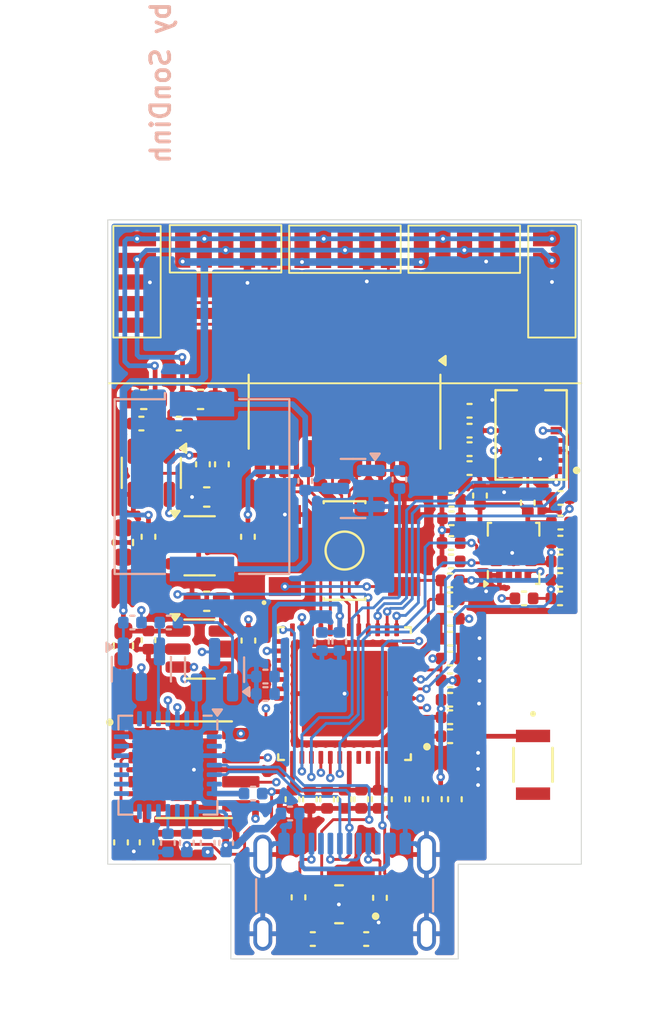
<source format=kicad_pcb>
(kicad_pcb (version 20241229) (generator "pcbnew") (generator_version "9.0")
  (title_block (title "MyoBand_Main") (rev "0.0.1") (comment 1 "Design by Đinh Quang Sơn"))
  (layers (0 "F.Cu" signal) (4 "In1.Cu" power) (6 "In2.Cu" power) (2 "B.Cu" signal) (13 "F.Paste" user) (15 "B.Paste" user) (5 "F.SilkS" user "F.Silkscreen") (7 "B.SilkS" user "B.Silkscreen") (1 "F.Mask" user) (3 "B.Mask" user) (25 "Edge.Cuts" user))
  (net 0 "")
  (net 1 "Net-(AE1-Pad1)")
  (net 2 "Net-(BZ1--)")
  (net 3 "+3.3V")
  (net 4 "/EN")
  (net 5 "GND")
  (net 6 "Net-(D2-VDD)")
  (net 7 "VIN")
  (net 8 "/BAT_SENS")
  (net 9 "+VBAT")
  (net 10 "+3.3v_A")
  (net 11 "Net-(U16-C_{FLY-})")
  (net 12 "Net-(U16-C_{FLY+})")
  (net 13 "-3.3v_A")
  (net 14 "/BUTTON")
  (net 15 "/LED")
  (net 17 "VBUS")
  (net 18 "Net-(J1-CC2)")
  (net 19 "/DP")
  (net 21 "/DN")
  (net 22 "Net-(J1-CC1)")
  (net 24 "Net-(MK1-L{slash}R)")
  (net 25 "/MIC_EN")
  (net 26 "/MIC_SD")
  (net 27 "/MIC_WS")
  (net 28 "/MIC_SCK")
  (net 29 "/RTS")
  (net 30 "Net-(Q1-B)")
  (net 31 "/DTR")
  (net 32 "Net-(Q2-B)")
  (net 33 "/GPIO00")
  (net 34 "Net-(Q3-B)")
  (net 35 "Net-(U1-LNA_IN)")
  (net 36 "Net-(U2-VDD)")
  (net 37 "Net-(U2-~{RST})")
  (net 38 "Net-(U2-VBUS)")
  (net 39 "Net-(U2-~{SUSPEND})")
  (net 40 "/SCL")
  (net 41 "/SDA")
  (net 42 "/SPI_CS")
  (net 43 "/LED_EN")
  (net 44 "Net-(U6-PROG)")
  (net 45 "/CHARGER_DET")
  (net 46 "/BUZZER")
  (net 49 "/STD_BAT")
  (net 51 "/SPI_MISO")
  (net 54 "/UART0_RX")
  (net 57 "/SPI_MOSI")
  (net 62 "/UART0_TX")
  (net 66 "/CHR_BAT")
  (net 67 "/SPI_CLK")
  (net 68 "/LDO_CE")
  (net 91 "/INT1_ACC")
  (net 92 "/ADC_CH5")
  (net 93 "/ADC_CH4")
  (net 94 "/ADC_CH7")
  (net 95 "/ADC_CH6")
  (net 96 "/ADC_CH1")
  (net 97 "/ADC_CH3")
  (net 99 "/ADC_CH0")
  (footprint "Capacitor_SMD:C_0402_1005Metric" (layer "F.Cu") (at 142.3 81.15 -90)
    (property "Reference" "C22" (hide yes))
    (property "Value" "1uF")
  )
  (footprint "Capacitor_SMD:C_0402_1005Metric" (layer "F.Cu") (at 164.0425 82.45)
    (property "Reference" "C38" (hide yes))
    (property "Value" "4.7uF")
  )
  (footprint "Capacitor_SMD:C_0402_1005Metric" (layer "F.Cu") (at 157.42 94.995 -90)
    (property "Reference" "C11" (hide yes))
    (property "Value" "100nF")
  )
  (footprint "Capacitor_SMD:C_0402_1005Metric" (layer "F.Cu") (at 164.05 80.4)
    (property "Reference" "C12" (hide yes))
    (property "Value" "4.7uF")
  )
  (footprint "Capacitor_SMD:C_0402_1005Metric" (layer "F.Cu") (at 150.975 102.375 180)
    (property "Reference" "C18" (hide yes))
    (property "Value" "100nF")
  )
  (footprint "Capacitor_SMD:C_0402_1005Metric" (layer "F.Cu") (at 150.82 95 -90)
    (property "Reference" "C8" (hide yes))
    (property "Value" "4.7uF")
  )
  (footprint "Capacitor_SMD:C_0402_1005Metric" (layer "F.Cu") (at 158.225 83.45 180)
    (property "Reference" "R22" (hide yes))
    (property "Value" "10K")
  )
  (footprint "Capacitor_SMD:C_0402_1005Metric" (layer "F.Cu") (at 159.25 77.525)
    (property "Reference" "C16" (hide yes))
    (property "Value" "4.7uF")
  )
  (footprint "Capacitor_SMD:C_0402_1005Metric" (layer "F.Cu") (at 143.9 75.175)
    (property "Reference" "C33" (hide yes))
    (property "Value" "1uF")
  )
  (footprint "Capacitor_SMD:C_0402_1005Metric" (layer "F.Cu") (at 147.575 86.625 -90)
    (property "Reference" "C28" (hide yes))
    (property "Value" "1uF")
  )
  (footprint "Capacitor_SMD:C_0402_1005Metric" (layer "F.Cu") (at 164.05 79.1 180)
    (property "Reference" "R25" (hide yes))
    (property "Value" "100K")
  )
  (footprint "Package_TO_SOT_SMD:SOT-23-5" (layer "F.Cu") (at 145 87.075)
    (property "Reference" "U15" (hide yes))
    (property "Value" "XC6220B331MR")
  )
  (footprint "Capacitor_SMD:C_0402_1005Metric" (layer "F.Cu") (at 155.505 95 -90)
    (property "Reference" "C3" (hide yes))
    (property "Value" "100nF")
  )
  (footprint "Capacitor_SMD:C_0402_1005Metric" (layer "F.Cu") (at 147.55 81.15 -90)
    (property "Reference" "C24" (hide yes))
    (property "Value" "1uF")
  )
  (footprint "Capacitor_SMD:C_0402_1005Metric" (layer "F.Cu") (at 158.225 89.75)
    (property "Reference" "C7" (hide yes))
    (property "Value" "100nF")
  )
  (footprint "Pad:Pad 5" (layer "F.Cu") (at 141.45 67.735 -90)
    (property "Reference" "U9" (hide yes))
    (property "Value" "Pad 5")
  )
  (footprint "Capacitor_SMD:C_0603_1608Metric" (layer "F.Cu") (at 140.975 86.9 -90)
    (property "Reference" "C25" (hide yes))
    (property "Value" "22uF")
  )
  (footprint "Capacitor_SMD:C_0402_1005Metric" (layer "F.Cu") (at 158.225 85.475 180)
    (property "Reference" "R20" (hide yes))
    (property "Value" "200K")
  )
  (footprint "Capacitor_SMD:C_0603_1608Metric" (layer "F.Cu") (at 145.375 84.55 180)
    (property "Reference" "C27" (hide yes))
    (property "Value" "22uF")
  )
  (footprint "Package_LGA:LGA-14_3x2.5mm_P0.5mm_LayoutBorder3x4y" (layer "F.Cu") (at 161.575 82.025 90)
    (property "Reference" "U3" (hide yes))
    (property "Value" "LSM6DSL")
  )
  (footprint "Capacitor_SMD:C_0402_1005Metric" (layer "F.Cu") (at 158.225 90.67)
    (property "Reference" "C6" (hide yes))
    (property "Value" "4.7uF")
  )
  (footprint "RFECA3216060A1T:ANT_16060A1T_WAL" (layer "F.Cu") (at 162.6 93.181 -90)
    (property "Reference" "AE1" (hide yes))
    (property "Value" "RFECA3216060A1T")
  )
  (footprint "Capacitor_SMD:C_0402_1005Metric" (layer "F.Cu") (at 156.425 95 -90)
    (property "Reference" "C2" (hide yes))
    (property "Value" "4.7uF")
  )
  (footprint "Capacitor_SMD:C_0402_1005Metric" (layer "F.Cu") (at 158.225 86.525)
    (property "Reference" "R21" (hide yes))
    (property "Value" "300K")
  )
  (footprint "Capacitor_SMD:C_0402_1005Metric" (layer "F.Cu") (at 152.65 95 -90)
    (property "Reference" "C36" (hide yes))
    (property "Value" "4.7uF")
  )
  (footprint "Capacitor_SMD:C_0402_1005Metric" (layer "F.Cu") (at 159.25 75.55 180)
    (property "Reference" "C35" (hide yes))
    (property "Value" "1uF")
  )
  (footprint "Capacitor_SMD:C_0402_1005Metric" (layer "F.Cu") (at 142.3 86.6 -90)
    (property "Reference" "C26" (hide yes))
    (property "Value" "1uF")
  )
  (footprint "Capacitor_SMD:C_0402_1005Metric" (layer "F.Cu") (at 162.125 84.4)
    (property "Reference" "R18" (hide yes))
    (property "Value" "200K")
  )
  (footprint "Package_SO:SOIC-16_3.9x9.9mm_P1.27mm" (layer "F.Cu") (at 152.65 74.55 -90)
    (property "Reference" "U4" (hide yes))
    (property "Value" "MCP3208")
  )
  (footprint "Capacitor_SMD:C_0402_1005Metric" (layer "F.Cu") (at 158.225 84.45)
    (property "Reference" "C34" (hide yes))
    (property "Value" "100nF")
  )
  (footprint "Capacitor_SMD:C_0402_1005Metric" (layer "F.Cu") (at 158.225 91.675 180)
    (property "Reference" "R1" (hide yes))
    (property "Value" "0R")
  )
  (footprint "Capacitor_SMD:C_0402_1005Metric" (layer "F.Cu") (at 158.3 80.175)
    (property "Reference" "C15" (hide yes))
    (property "Value" "100nF")
  )
  (footprint "Capacitor_SMD:C_0603_1608Metric" (layer "F.Cu") (at 142.05 73.9 180)
    (property "Reference" "C30" (hide yes))
    (property "Value" "22uF")
  )
  (footprint "Capacitor_SMD:C_0402_1005Metric" (layer "F.Cu") (at 150.22 100.175 90)
    (property "Reference" "R4" (hide yes))
    (property "Value" "5.1K")
  )
  (footprint "Capacitor_SMD:C_0402_1005Metric" (layer "F.Cu") (at 146.175 77.325 -90)
    (property "Reference" "R15" (hide yes))
    (property "Value" "10K")
  )
  (footprint "Capacitor_SMD:C_0402_1005Metric" (layer "F.Cu") (at 159.25 76.525)
    (property "Reference" "C17" (hide yes))
    (property "Value" "100nF")
  )
  (footprint "Capacitor_SMD:C_0402_1005Metric" (layer "F.Cu") (at 164.025 83.425)
    (property "Reference" "C20" (hide yes))
    (property "Value" "10nF")
  )
  (footprint "INMP441ACEZ_R7:MIC_INMP441ACEZ-R7" (layer "F.Cu") (at 162.5 75.775 -90)
    (property "Reference" "MK1" (hide yes))
    (property "Value" "INMP441ACEZ-R7")
  )
  (footprint "WS2812B2020:LED_WS2812B2020" (layer "F.Cu") (at 152.3595 100.54 180)
    (property "Reference" "D2" (hide yes))
    (property "Value" "WS2812B2020")
  )
  (footprint "Capacitor_SMD:C_0402_1005Metric" (layer "F.Cu") (at 154.45 95 -90)
    (property "Reference" "C4" (hide yes))
    (property "Value" "4.7uF")
  )
  (footprint "Capacitor_SMD:C_0402_1005Metric" (layer "F.Cu") (at 158.225 87.575)
    (property "Reference" "C1" (hide yes))
    (property "Value" "1uF")
  )
  (footprint "Capacitor_SMD:C_0603_1608Metric" (layer "F.Cu") (at 145.375 79.05 180)
    (property "Reference" "C23" (hide yes))
    (property "Value" "22uF")
  )
  (footprint "Pad:Pad 5" (layer "F.Cu") (at 146.415 66.2)
    (property "Reference" "U11" (hide yes))
    (property "Value" "Pad 5")
  )
  (footprint "Capacitor_SMD:C_0402_1005Metric" (layer "F.Cu") (at 149.9 95 -90)
    (property "Reference" "C9" (hide yes))
    (property "Value" "100nF")
  )
  (footprint "Capacitor_SMD:C_0402_1005Metric" (layer "F.Cu") (at 159.25 74.5 180)
    (property "Reference" "R24" (hide yes))
    (property "Value" "10K")
  )
  (footprint "TL3342F160QG:SW_TL3342F160QG" (layer "F.Cu") (at 152.65 81.875)
    (property "Reference" "S1" (hide yes))
    (property "Value" "TL3342F160QG")
  )
  (footprint "Capacitor_SMD:C_0402_1005Metric" (layer "F.Cu") (at 158.275 82.45)
    (property "Reference" "R14" (hide yes))
    (property "Value" "10K")
  )
  (footprint "Capacitor_SMD:C_0402_1005Metric" (layer "F.Cu") (at 158.225 88.725 180)
    (property "Reference" "R2" (hide yes))
    (property "Value" "10K")
  )
  (footprint "Capacitor_SMD:C_0603_1608Metric" (layer "F.Cu") (at 145.05 73.9)
    (property "Reference" "C32" (hide yes))
    (property "Value" "22uF")
  )
  (footprint "Capacitor_SMD:C_0402_1005Metric" (layer "F.Cu") (at 158.475 95 -90)
    (property "Reference" "C10" (hide yes))
    (property "Value" "4.7uF")
  )
  (footprint "Pad:Pad 5" (layer "F.Cu") (at 163.35 67.735 -90)
    (property "Reference" "U12" (hide yes))
    (property "Value" "Pad 5")
  )
  (footprint "Capacitor_SMD:C_0402_1005Metric" (layer "F.Cu") (at 153.795 102.375)
    (property "Reference" "R16" (hide yes))
    (property "Value" "0R")
  )
  (footprint "TP4056:SOP127P600X175-9N" (layer "F.Cu") (at 144.7 93.44)
    (property "Reference" "U6" (hide yes))
    (property "Value" "TP4056")
  )
  (footprint "Capacitor_SMD:C_0402_1005Metric" (layer "F.Cu") (at 153.53 95 -90)
    (property "Reference" "C5" (hide yes))
    (property "Value" "100nF")
  )
  (footprint "Pad:Pad 5" (layer "F.Cu") (at 159.015 66.22)
    (property "Reference" "U7" (hide yes))
    (property "Value" "Pad 5")
  )
  (footprint "Capacitor_SMD:C_0402_1005Metric" (layer "F.Cu") (at 140.85 97.275 -90)
    (property "Reference" "R17" (hide yes))
    (property "Value" "1K2")
  )
  (footprint "Capacitor_SMD:C_0402_1005Metric" (layer "F.Cu") (at 145.175 77.325 -90)
    (property "Reference" "C29" (hide yes))
    (property "Value" "1uF")
  )
  (footprint "Capacitor_SMD:C_0402_1005Metric" (layer "F.Cu") (at 142.2 97.275 -90)
    (property "Reference" "C19" (hide yes))
    (property "Value" "4.7uF")
  )
  (footprint "Capacitor_SMD:C_0402_1005Metric" (layer "F.Cu") (at 164.0425 81.4575)
    (property "Reference" "C39" (hide yes))
    (property "Value" "100nF")
  )
  (footprint "Capacitor_SMD:C_0402_1005Metric" (layer "F.Cu") (at 151.73 95 -90)
    (property "Reference" "C37" (hide yes))
    (property "Value" "100nF")
  )
  (footprint "Capacitor_SMD:C_0402_1005Metric" (layer "F.Cu") (at 154.52 100.2 90)
    (property "Reference" "R5" (hide yes))
    (property "Value" "5.1K")
  )
  (footprint "Capacitor_SMD:C_0402_1005Metric" (layer "F.Cu") (at 164.025 84.4)
    (property "Reference" "R19" (hide yes))
    (property "Value" "200K")
  )
  (footprint "Capacitor_SMD:C_0402_1005Metric" (layer "F.Cu") (at 141.925 75.175 180)
    (property "Reference" "C31" (hide yes))
    (property "Value" "1uF")
  )
  (footprint "Package_TO_SOT_SMD:SOT-23-5" (layer "F.Cu") (at 142.45 77.775 -90)
    (property "Reference" "U16" (hide yes))
    (property "Value" "TPS60402DBV")
  )
  (footprint "Capacitor_SMD:C_0402_1005Metric" (layer "F.Cu") (at 158.275 81.475)
    (property "Reference" "R13" (hide yes))
    (property "Value" "10K")
  )
  (footprint "Capacitor_SMD:C_0402_1005Metric" (layer "F.Cu") (at 162.325 79.35 90)
    (property "Reference" "R23" (hide yes))
    (property "Value" "10K")
  )
  (footprint "Pad:Pad 5" (layer "F.Cu") (at 152.715 66.22)
    (property "Reference" "U8" (hide yes))
    (property "Value" "Pad 5")
  )
  (footprint "Package_TO_SOT_SMD:SOT-23-5" (layer "F.Cu") (at 145 81.625)
    (property "Reference" "U5" (hide yes))
    (property "Value" "XC6220B331MR")
  )
  (footprint "ESP32-PICO-V3-02:XCVR_ESP32-PICO-V3-02" (layer "F.Cu") (at 152.65 89.425 180)
    (property "Reference" "U1" (hide yes))
    (property "Value" "ESP32-PICO-V3-02")
  )
  (footprint "Capacitor_SMD:C_0402_1005Metric" (layer "F.Cu") (at 158.3 79.2)
    (property "Reference" "C14" (hide yes))
    (property "Value" "4.7uF")
  )
  (footprint "Capacitor_SMD:C_0402_1005Metric" (layer "F.Cu") (at 159.8 78.975 90)
    (property "Reference" "C13" (hide yes))
    (property "Value" "100nF")
  )
  (footprint "Capacitor_SMD:C_0603_1608Metric" (layer "F.Cu") (at 140.975 81.45 -90)
    (property "Reference" "C21" (hide yes))
    (property "Value" "22uF")
  )
  (footprint "Connector_USB:USB_C_Receptacle_GCT_USB4105-xx-A_16P_TopMnt_Horizontal" (layer "B.Cu") (at 152.655 101.02 180)
    (property "Reference" "J1" (hide yes))
    (property "Value" "USB_C_Receptacle_USB2.0_16P")
  )
  (footprint "Capacitor_SMD:C_0402_1005Metric" (layer "B.Cu") (at 151.455 86.675 -90)
    (property "Reference" "C40" (hide yes))
    (property "Value" "4.7uF")
  )
  (footprint "Capacitor_SMD:C_0402_1005Metric" (layer "B.Cu") (at 155.55 78.125 90)
    (property "Reference" "R29" (hide yes))
    (property "Value" "1K")
  )
  (footprint "Capacitor_SMD:C_0402_1005Metric" (layer "B.Cu") (at 148.475 89.445 180)
    (property "Reference" "C43" (hide yes))
    (property "Value" "100nF")
  )
  (footprint "Capacitor_SMD:C_0402_1005Metric" (layer "B.Cu") (at 146.4 97.3 -90)
    (property "Reference" "R8" (hide yes))
    (property "Value" "24K")
  )
  (footprint "Capacitor_SMD:C_0402_1005Metric" (layer "B.Cu") (at 141.45 85.675 180)
    (property "Reference" "R11" (hide yes))
    (property "Value" "10K")
  )
  (footprint "Capacitor_SMD:C_0402_1005Metric" (layer "B.Cu") (at 148.475 88.525 180)
    (property "Reference" "C42" (hide yes))
    (property "Value" "4.7uF")
  )
  (footprint "Package_TO_SOT_SMD:SOT-23" (layer "B.Cu") (at 145.7875 88.1625 90)
    (property "Reference" "Q2" (hide yes))
    (property "Value" "SS8050")
  )
  (footprint "Capacitor_SMD:C_0402_1005Metric" (layer "B.Cu") (at 150.575 78.2 -90)
    (property "Reference" "R28" (hide yes))
    (property "Value" "1K")
  )
  (footprint "Package_TO_SOT_SMD:SOT-23" (layer "B.Cu") (at 153.1 78.6 180)
    (property "Reference" "Q3" (hide yes))
    (property "Value" "MMBT2222A")
  )
  (footprint "Capacitor_SMD:C_0402_1005Metric" (layer "B.Cu") (at 147.825 94.7)
    (property "Reference" "R6" (hide yes))
    (property "Value" "0R")
  )
  (footprint "Package_TO_SOT_SMD:SOT-23" (layer "B.Cu") (at 141.925 88.1375 -90)
    (property "Reference" "Q1" (hide yes))
    (property "Value" "SS8050")
  )
  (footprint "Buzzer_Beeper:Buzzer_Murata_PKMCS0909E" (layer "B.Cu") (at 145.125 78.5 -90)
    (property "Reference" "BZ1" (hide yes))
    (property "Value" "Buzzer")
  )
  (footprint "Capacitor_SMD:C_0402_1005Metric" (layer "B.Cu") (at 143.325 97.3 90)
    (property "Reference" "R10" (hide yes))
    (property "Value" "10K")
  )
  (footprint "Capacitor_SMD:C_0402_1005Metric" (layer "B.Cu") (at 144.325 97.3 -90)
    (property "Reference" "R7" (hide yes))
    (property "Value" "4.7K")
  )
  (footprint "Capacitor_SMD:C_0402_1005Metric" (layer "B.Cu") (at 152.375 86.675 -90)
    (property "Reference" "C41" (hide yes))
    (property "Value" "100nF")
  )
  (footprint "Capacitor_SMD:C_0402_1005Metric" (layer "B.Cu") (at 143.375 85.675)
    (property "Reference" "R12" (hide yes))
    (property "Value" "10K")
  )
  (footprint "Package_DFN_QFN:QFN-28-1EP_5x5mm_P0.5mm_EP3.35x3.35mm" (layer "B.Cu") (at 143.325 93.2 180)
    (property "Reference" "U2" (hide yes))
    (property "Value" "CP2102N-Axx-xQFN28")
  )
  (footprint "Capacitor_SMD:C_0402_1005Metric" (layer "B.Cu") (at 149.775 95.75 180)
    (property "Reference" "R3" (hide yes))
    (property "Value" "0R")
  )
  (footprint "Capacitor_SMD:C_0402_1005Metric" (layer "B.Cu") (at 145.425 97.3 90)
    (property "Reference" "R9" (hide yes))
    (property "Value" "47K")
  )
  (gr_line (start 165.15 73.05) (end 140.175 73.05) (stroke (width 0.1)) (layer "F.SilkS"))
  (gr_line (start 146.65 98.425) (end 140.15 98.425) (stroke (width 0.05)) (layer "Edge.Cuts"))
  (gr_line (start 140.15 98.425) (end 140.15 64.425) (stroke (width 0.05)) (layer "Edge.Cuts"))
  (gr_line (start 158.65 98.425) (end 165.15 98.425) (stroke (width 0.05)) (layer "Edge.Cuts"))
  (gr_line (start 140.15 64.425) (end 165.15 64.425) (stroke (width 0.05)) (layer "Edge.Cuts"))
  (gr_line (start 158.65 103.425) (end 146.65 103.425) (stroke (width 0.05)) (layer "Edge.Cuts"))
  (gr_line (start 165.15 64.425) (end 165.15 98.425) (stroke (width 0.05)) (layer "Edge.Cuts"))
  (gr_line (start 158.65 103.425) (end 158.65 98.425) (stroke (width 0.05)) (layer "Edge.Cuts"))
  (gr_line (start 146.65 103.425) (end 146.65 98.425) (stroke (width 0.05)) (layer "Edge.Cuts"))
  (gr_text "by SonDinh" (at 143.525 52.825 90) (layer "B.SilkS") (effects (font (size 1 1) (thickness 0.2) (bold yes)) (justify left bottom mirror)))
  (segment (start 162.5974 91.675) (end 162.6 91.6724) (width 0.25) (layer "F.Cu") (net 1))
  (segment (start 158.705 91.675) (end 162.5974 91.675) (width 0.25) (layer "F.Cu") (net 1))
  (segment (start 150.575 78.68) (end 150.63 78.625) (width 0.3) (layer "B.Cu") (net 2))
  (segment (start 150.575 82.425) (end 150.15 82.85) (width 0.3) (layer "B.Cu") (net 2))
  (segment (start 150.575 78.68) (end 150.575 82.425) (width 0.3) (layer "B.Cu") (net 2))
  (segment (start 150.15 82.85) (end 145.125 82.85) (width 0.3) (layer "B.Cu") (net 2))
  (segment (start 152.1375 78.625) (end 152.1625 78.6) (width 0.3) (layer "B.Cu") (net 2))
  (segment (start 150.63 78.625) (end 152.1375 78.625) (width 0.3) (layer "B.Cu") (net 2))
  (segment (start 153.9 94.52) (end 153.53 94.52) (width 0.25) (layer "F.Cu") (net 3))
  (segment (start 147.675 96.5) (end 148.525 96.5) (width 0.15) (layer "F.Cu") (net 3))
  (segment (start 157.795 78.5) (end 158.77 77.525) (width 0.25) (layer "F.Cu") (net 3))
  (segment (start 147.075 97.9) (end 147.375 97.6) (width 0.15) (layer "F.Cu") (net 3))
  (segment (start 148.525 96.5) (end 148.8 96.225) (width 0.15) (layer "F.Cu") (net 3))
  (segment (start 158.77 77.025) (end 157.095 77.025) (width 0.25) (layer "F.Cu") (net 3))
  (segment (start 156.015 90.675) (end 156.015 91.175) (width 0.25) (layer "F.Cu") (net 3))
  (segment (start 147.375 96.8) (end 147.675 96.5) (width 0.15) (layer "F.Cu") (net 3))
  (segment (start 161.95 79.455) (end 162.325 79.83) (width 0.25) (layer "F.Cu") (net 3))
  (segment (start 144.37 97.38) (end 145.63 97.38) (width 0.15) (layer "F.Cu") (net 3))
  (segment (start 154.4 92.79) (end 154.4 94.47) (width 0.25) (layer "F.Cu") (net 3))
  (segment (start 156.015 94.51) (end 156.025 94.52) (width 0.25) (layer "F.Cu") (net 3))
  (segment (start 146.15 77.83) (end 146.175 77.805) (width 0.25) (layer "F.Cu") (net 3))
  (segment (start 157.745 90.225) (end 157.745 90.67) (width 0.25) (layer "F.Cu") (net 3))
  (segment (start 160.6625 81.525) (end 159.949264 81.525) (width 0.25) (layer "F.Cu") (net 3))
  (segment (start 163.57 80.4) (end 162.325 80.4) (width 0.25) (layer "F.Cu") (net 3))
  (segment (start 145.63 97.38) (end 146.15 97.9) (width 0.15) (layer "F.Cu") (net 3))
  (segment (start 163.57 80.4) (end 163.57 81.45) (width 0.25) (layer "F.Cu") (net 3))
  (segment (start 152.4 86.06) (end 152.4 85.325) (width 0.25) (layer "F.Cu") (net 3))
  (segment (start 148.8 94.6) (end 149.82 94.6) (width 0.25) (layer "F.Cu") (net 3))
  (segment (start 157.795 80.8) (end 157.795 78.5) (width 0.25) (layer "F.Cu") (net 3))
  (segment (start 149.285 87.175) (end 148.55 87.175) (width 0.25) (layer "F.Cu") (net 3))
  (segment (start 159.735 75.545) (end 159.73 75.55) (width 0.25) (layer "F.Cu") (net 3))
  (segment (start 159.8 79.775) (end 159.8 79.455) (width 0.25) (layer "F.Cu") (net 3))
  (segment (start 158.705 83.45) (end 159.35 83.45) (width 0.25) (layer "F.Cu") (net 3))
  (segment (start 157.725 93.825) (end 157.725 94.52) (width 0.25) (layer "F.Cu") (net 3))
  (segment (start 163.5625 81.4575) (end 163.5625 81.975) (width 0.25) (layer "F.Cu") (net 3))
  (segment (start 156.015 90.675) (end 157.74 90.675) (width 0.25) (layer "F.Cu") (net 3))
  (segment (start 146.15 79.05) (end 146.15 77.83) (width 0.25) (layer "F.Cu") (net 3))
  (segment (start 160.375 75.545) (end 159.735 75.545) (width 0.25) (layer "F.Cu") (net 3))
  (segment (start 147.55 80.67) (end 147.55 79.975) (width 0.25) (layer "F.Cu") (net 3))
  (segment (start 162.325 80.8625) (end 162.325 80.4) (width 0.25) (layer "F.Cu") (net 3))
  (segment (start 158.77 77.525) (end 158.77 77.025) (width 0.25) (layer "F.Cu") (net 3))
  (segment (start 157.795 82.45) (end 157.795 80.8) (width 0.25) (layer "F.Cu") (net 3))
  (segment (start 159.8 80.825) (end 157.82 80.825) (width 0.25) (layer "F.Cu") (net 3))
  (segment (start 148.8 96.225) (end 148.8 94.6) (width 0.15) (layer "F.Cu") (net 3))
  (segment (start 158.77 76.525) (end 158.77 77.525) (width 0.25) (layer "F.Cu") (net 3))
  (segment (start 159.8 80.825) (end 159.8 79.775) (width 0.25) (layer "F.Cu") (net 3))
  (segment (start 159.949264 81.525) (end 159.8 81.375736) (width 0.25) (layer "F.Cu") (net 3))
  (segment (start 163.57 81.45) (end 163.5625 81.4575) (width 0.25) (layer "F.Cu") (net 3))
  (segment (start 152.9 92.79) (end 152.9 94.27) (width 0.25) (layer "F.Cu") (net 3))
  (segment (start 156.9 94.52) (end 158.475 94.52) (width 0.25) (layer "F.Cu") (net 3))
  (segment (start 155.515 94.51) (end 155.505 94.52) (width 0.25) (layer "F.Cu") (net 3))
  (segment (start 146.15 79.05) (end 146.15 80.6625) (width 0.25) (layer "F.Cu") (net 3))
  (segment (start 158.705 88.725) (end 158.35 88.725) (width 0.25) (layer "F.Cu") (net 3))
  (segment (start 157.82 80.825) (end 157.795 80.8) (width 0.25) (layer "F.Cu") (net 3))
  (segment (start 157.095 77.025) (end 155.825 77.025) (width 0.25) (layer "F.Cu") (net 3))
  (segment (start 154.4 94.47) (end 154.45 94.52) (width 0.25) (layer "F.Cu") (net 3))
  (segment (start 147.375 97.6) (end 147.375 96.8) (width 0.15) (layer "F.Cu") (net 3))
  (segment (start 159.8 79.455) (end 161.95 79.455) (width 0.25) (layer "F.Cu") (net 3))
  (segment (start 156.015 92.175) (end 156.015 94.51) (width 0.25) (layer "F.Cu") (net 3))
  (segment (start 149.82 94.6) (end 149.9 94.52) (width 0.15) (layer "F.Cu") (net 3))
  (segment (start 156.025 94.52) (end 153.9 94.52) (width 0.25) (layer "F.Cu") (net 3))
  (segment (start 146.15 97.9) (end 147.075 97.9) (width 0.15) (layer "F.Cu") (net 3))
  (segment (start 147.545 80.675) (end 147.55 80.67) (width 0.25) (layer "F.Cu") (net 3))
  (segment (start 146.1375 80.675) (end 147.545 80.675) (width 0.25) (layer "F.Cu") (net 3))
  (segment (start 157.725 94.52) (end 156.9 94.52) (width 0.25) (layer "F.Cu") (net 3))
  (segment (start 149.9 92.79) (end 149.9 94.52) (width 0.25) (layer "F.Cu") (net 3))
  (segment (start 156.425 94.52) (end 156.025 94.52) (width 0.25) (layer "F.Cu") (net 3))
  (segment (start 162.325 80.4) (end 162.325 79.83) (width 0.25) (layer "F.Cu") (net 3))
  (segment (start 159.8 81.375736) (end 159.8 80.825) (width 0.25) (layer "F.Cu") (net 3))
  (segment (start 157.745 89.75) (end 157.745 90.225) (width 0.25) (layer "F.Cu") (net 3))
  (segment (start 157.74 90.675) (end 157.745 90.67) (width 0.25) (layer "F.Cu") (net 3))
  (segment (start 156.425 94.52) (end 156.9 94.52) (width 0.25) (layer "F.Cu") (net 3))
  (segment (start 163.5625 81.975) (end 163.5625 82.525) (width 0.25) (layer "F.Cu") (net 3))
  (segment (start 162.4875 82.525) (end 163.5625 82.525) (width 0.25) (layer "F.Cu") (net 3))
  (segment (start 153.53 94.52) (end 149.9 94.52) (width 0.25) (layer "F.Cu") (net 3))
  (segment (start 144.325 97.425) (end 144.37 97.38) (width 0.15) (layer "F.Cu") (net 3))
  (segment (start 161.17 75.545) (end 160.375 75.545) (width 0.25) (layer "F.Cu") (net 3))
  (segment (start 146.15 80.6625) (end 146.1375 80.675) (width 0.25) (layer "F.Cu") (net 3))
  (segment (start 152.9 94.27) (end 152.65 94.52) (width 0.25) (layer "F.Cu") (net 3))
  (via (at 147.55 79.975) (size 0.45) (drill 0.2) (layers "F.Cu" "B.Cu") (net 3))
  (via (at 159.35 83.45) (size 0.45) (drill 0.2) (layers "F.Cu" "B.Cu") (net 3))
  (via (at 157.745 90.225) (size 0.45) (drill 0.2) (layers "F.Cu" "B.Cu") (net 3))
  (via (at 163.5625 81.975) (size 0.45) (drill 0.2) (layers "F.Cu" "B.Cu") (net 3))
  (via (at 152.4 85.325) (size 0.45) (drill 0.2) (layers "F.Cu" "B.Cu") (net 3))
  (via (at 160.375 75.545) (size 0.45) (drill 0.2) (layers "F.Cu" "B.Cu") (net 3))
  (via (at 144.325 97.425) (size 0.45) (drill 0.2) (layers "F.Cu" "B.Cu") (net 3))
  (via (at 148.8 94.6) (size 0.45) (drill 0.2) (layers "F.Cu" "B.Cu") (net 3))
  (via (at 158.35 88.725) (size 0.45) (drill 0.2) (layers "F.Cu" "B.Cu") (net 3))
  (via (at 157.795 80.8) (size 0.45) (drill 0.2) (layers "F.Cu" "B.Cu") (net 3))
  (via (at 148.55 87.175) (size 0.45) (drill 0.2) (layers "F.Cu" "B.Cu") (net 3))
  (via (at 157.725 93.825) (size 0.45) (drill 0.2) (layers "F.Cu" "B.Cu") (net 3))
  (segment (start 157.725 90.245) (end 157.745 90.225) (width 0.25) (layer "B.Cu") (net 3))
  (segment (start 148.955 87.205) (end 148.925 87.175) (width 0.25) (layer "B.Cu") (net 3))
  (segment (start 159.35 83.45) (end 163.275 83.45) (width 0.25) (layer "B.Cu") (net 3))
  (segment (start 148.95 84.925) (end 148.95 87.445) (width 0.25) (layer "B.Cu") (net 3))
  (segment (start 145.125 74.15) (end 149.9 74.15) (width 0.3) (layer "B.Cu") (net 3))
  (segment (start 152.4 85.325) (end 152.4 84.8) (width 0.25) (layer "B.Cu") (net 3))
  (segment (start 152.4 84.8) (end 152.3 84.7) (width 0.25) (layer "B.Cu") (net 3))
  (segment (start 147.55 78.125) (end 147.955 77.72) (width 0.25) (layer "B.Cu") (net 3))
  (segment (start 148.7 94.7) (end 148.8 94.6) (width 0.15) (layer "B.Cu") (net 3))
  (segment (start 152.4 85.325) (end 152.4 86.17) (width 0.25) (layer "B.Cu") (net 3))
  (segment (start 148.405 94.6) (end 148.305 94.7) (width 0.25) (layer "B.Cu") (net 3))
  (segment (start 148.955 89.445) (end 148.955 87.45) (width 0.25) (layer "B.Cu") (net 3))
  (segment (start 147.955 77.72) (end 150.575 77.72) (width 0.25) (layer "B.Cu") (net 3))
  (segment (start 148.8 94.6) (end 148.405 94.6) (width 0.25) (layer "B.Cu") (net 3))
  (segment (start 152.3 84.7) (end 149.175 84.7) (width 0.25) (layer "B.Cu") (net 3))
  (segment (start 152.375 86.195) (end 151.455 86.195) (width 0.25) (layer "B.Cu") (net 3))
  (segment (start 147.55 79.975) (end 147.55 78.125) (width 0.25) (layer "B.Cu") (net 3))
  (segment (start 157.745 89.08) (end 157.745 90.225) (width 0.25) (layer "B.Cu") (net 3))
  (segment (start 148.955 87.45) (end 148.955 87.205) (width 0.25) (layer "B.Cu") (net 3))
  (segment (start 158.35 88.725) (end 158.1 88.725) (width 0.25) (layer "B.Cu") (net 3))
  (segment (start 152.4 86.17) (end 152.375 86.195) (width 0.25) (layer "B.Cu") (net 3))
  (segment (start 157.725 93.825) (end 157.725 90.245) (width 0.25) (layer "B.Cu") (net 3))
  (segment (start 148.95 87.445) (end 148.955 87.45) (width 0.25) (layer "B.Cu") (net 3))
  (segment (start 163.5625 83.1625) (end 163.5625 81.975) (width 0.25) (layer "B.Cu") (net 3))
  (segment (start 149.9 74.15) (end 150.575 74.825) (width 0.3) (layer "B.Cu") (net 3))
  (segment (start 149.175 84.7) (end 148.95 84.925) (width 0.25) (layer "B.Cu") (net 3))
  (segment (start 148.925 87.175) (end 148.55 87.175) (width 0.25) (layer "B.Cu") (net 3))
  (segment (start 144.325 97.78) (end 144.325 97.425) (width 0.25) (layer "B.Cu") (net 3))
  (segment (start 158.1 88.725) (end 157.745 89.08) (width 0.25) (layer "B.Cu") (net 3))
  (segment (start 163.275 83.45) (end 163.5625 83.1625) (width 0.25) (layer "B.Cu") (net 3))
  (segment (start 150.575 74.825) (end 150.575 77.72) (width 0.3) (layer "B.Cu") (net 3))
  (segment (start 157.745 87.575) (end 157.745 88.175) (width 0.15) (layer "F.Cu") (net 4))
  (segment (start 157.745 88.175) (end 157.745 88.725) (width 0.15) (layer "F.Cu") (net 4))
  (segment (start 156.015 88.175) (end 157.745 88.175) (width 0.15) (layer "F.Cu") (net 4))
  (segment (start 157.745 87.575) (end 157.3 87.575) (width 0.15) (layer "F.Cu") (net 4))
  (via (at 157.3 87.575) (size 0.45) (drill 0.2) (layers "F.Cu" "B.Cu") (net 4))
  (via (at 141.925 88.05) (size 0.45) (drill 0.2) (layers "F.Cu" "B.Cu") (net 4))
  (segment (start 141.925 89.075) (end 141.925 88.05) (width 0.25) (layer "B.Cu") (net 4))
  (segment (start 142.305 81.625) (end 142.3 81.63) (width 0.4) (layer "F.Cu") (net 5))
  (segment (start 144.065 94.075) (end 144.7 93.44) (width 0.4) (layer "F.Cu") (net 5))
  (segment (start 142.305 87.075) (end 142.3 87.08) (width 0.4) (layer "F.Cu") (net 5))
  (segment (start 164.53 84.375) (end 164.505 84.4) (width 0.25) (layer "F.Cu") (net 5))
  (segment (start 161.17 74.495) (end 161.86 74.495) (width 0.15) (layer "F.Cu") (net 5))
  (segment (start 143.8625 81.625) (end 142.305 81.625) (width 0.4) (layer "F.Cu") (net 5))
  (segment (start 143.8625 87.075) (end 142.305 87.075) (width 0.4) (layer "F.Cu") (net 5))
  (segment (start 147.525 65.95) (end 147.525 67.75) (width 0.4) (layer "F.Cu") (net 5))
  (segment (start 142.225 94.075) (end 144.065 94.075) (width 0.4) (layer "F.Cu") (net 5))
  (segment (start 164.53 80.4) (end 164.53 84.375) (width 0.25) (layer "F.Cu") (net 5))
  (segment (start 153.825 65.97) (end 153.825 67.675) (width 0.4) (layer "F.Cu") (net 5))
  (via (at 159.775 88.75) (size 0.45) (drill 0.2) (layers "F.Cu" "B.Cu") (net 5))
  (via (at 152.65 89.425) (size 0.45) (drill 0.2) (layers "F.Cu" "B.Cu") (net 5))
  (via (at 159.7 92.55) (size 0.45) (drill 0.2) (layers "F.Cu" "B.Cu") (net 5))
  (via (at 162.975 77.05) (size 0.45) (drill 0.2) (layers "F.Cu" "B.Cu") (net 5))
  (via (at 149.5 79.975) (size 0.45) (drill 0.2) (layers "F.Cu" "B.Cu") (net 5))
  (via (at 159.7 94.25) (size 0.45) (drill 0.2) (layers "F.Cu" "B.Cu") (net 5))
  (via (at 159.775 86.5) (size 0.45) (drill 0.2) (layers "F.Cu" "B.Cu") (net 5))
  (via (at 142.375 67.725) (size 0.45) (drill 0.2) (layers "F.Cu" "B.Cu") (net 5))
  (via (at 161.075 78.8) (size 0.45) (drill 0.2) (layers "F.Cu" "B.Cu") (net 5))
  (via (at 160.125 84.025) (size 0.45) (drill 0.2) (layers "F.Cu" "B.Cu") (net 5))
  (via (at 161.5 82) (size 0.45) (drill 0.2) (layers "F.Cu" "B.Cu") (net 5))
  (via (at 144.7 93.44) (size 0.45) (drill 0.2) (layers "F.Cu" "B.Cu") (net 5))
  (via (at 160.45 73.925) (size 0.45) (drill 0.2) (layers "F.Cu" "B.Cu") (net 5))
  (via (at 153.825 67.675) (size 0.45) (drill 0.2) (layers "F.Cu" "B.Cu") (net 5))
  (via (at 159.7 93.4) (size 0.45) (drill 0.2) (layers "F.Cu" "B.Cu") (net 5))
  (via (at 147.525 67.75) (size 0.45) (drill 0.2) (layers "F.Cu" "B.Cu") (net 5))
  (via (at 159.75 89.95) (size 0.45) (drill 0.2) (layers "F.Cu" "B.Cu") (net 5))
  (via (at 144.6 79.05) (size 0.45) (drill 0.2) (layers "F.Cu" "B.Cu") (net 5))
  (via (at 141.525 97.75) (size 0.45) (drill 0.2) (layers "F.Cu" "B.Cu") (net 5))
  (via (at 159.775 87.575) (size 0.45) (drill 0.2) (layers "F.Cu" "B.Cu") (net 5))
  (via (at 145.425 97.78) (size 0.45) (drill 0.2) (layers "F.Cu" "B.Cu") (net 5))
  (via (at 163.6 67.705) (size 0.45) (drill 0.2) (layers "F.Cu" "B.Cu") (net 5))
  (via (at 160.125 66.625) (size 0.45) (drill 0.2) (layers "F.Cu" "B.Cu") (net 5))
  (via (at 152.35 100.55) (size 0.45) (drill 0.2) (layers "F.Cu" "B.Cu") (net 5))
  (via (at 154.45 101.5) (size 0.45) (drill 0.2) (layers "F.Cu" "B.Cu") (net 5))
  (segment (start 155.855 97.34) (end 156.4 97.34) (width 0.25) (layer "B.Cu") (net 5))
  (segment (start 149.455 97.34) (end 148.91 97.34) (width 0.25) (layer "B.Cu") (net 5))
  (segment (start 145.775 92.7) (end 143.825 92.7) (width 0.15) (layer "B.Cu") (net 5))
  (segment (start 156.4 97.34) (end 156.975 97.915) (width 0.25) (layer "B.Cu") (net 5))
  (segment (start 148.91 97.34) (end 148.335 97.915) (width 0.25) (layer "B.Cu") (net 5))
  (segment (start 143.825 92.7) (end 143.325 93.2) (width 0.15) (layer "B.Cu") (net 5))
  (segment (start 151.4445 102.3645) (end 151.455 102.375) (width 0.25) (layer "F.Cu") (net 6))
  (segment (start 153.315 102.375) (end 151.455 102.375) (width 0.25) (layer "F.Cu") (net 6))
  (segment (start 151.4445 101.09) (end 151.4445 102.3645) (width 0.25) (layer "F.Cu") (net 6))
  (segment (start 146.378099 97.425) (end 146.378099 96.828099) (width 0.35) (layer "F.Cu") (net 7))
  (segment (start 146.378099 96.828099) (end 146.345 96.795) (width 0.35) (layer "F.Cu") (net 7))
  (segment (start 142.2 96.795) (end 142.2 95.37) (width 0.4) (layer "F.Cu") (net 7))
  (segment (start 142.2 95.37) (end 142.225 95.345) (width 0.4) (layer "F.Cu") (net 7))
  (segment (start 146.345 96.795) (end 142.2 96.795) (width 0.35) (layer "F.Cu") (net 7))
  (segment (start 158.705 85.475) (end 159.225 85.475) (width 0.15) (layer "F.Cu") (net 7))
  (via (at 159.225 85.475) (size 0.45) (drill 0.2) (layers "F.Cu" "B.Cu") (net 7))
  (via (at 147.175 91.535) (size 0.45) (drill 0.2) (layers "F.Cu" "B.Cu") (net 7))
  (via (at 146.378099 97.425) (size 0.45) (drill 0.2) (layers "F.Cu" "B.Cu") (net 7))
  (segment (start 146.975 97.425) (end 147.85 96.55) (width 0.4) (layer "B.Cu") (net 7))
  (segment (start 147.85 96.55) (end 148.495 96.55) (width 0.4) (layer "B.Cu") (net 7))
  (segment (start 148.495 96.55) (end 149.295 95.75) (width 0.4) (layer "B.Cu") (net 7))
  (segment (start 146.378099 97.425) (end 146.975 97.425) (width 0.4) (layer "B.Cu") (net 7))
  (segment (start 163.545 83.925) (end 163.545 84.4) (width 0.15) (layer "F.Cu") (net 8))
  (segment (start 163.545 83.425) (end 163.545 83.925) (width 0.15) (layer "F.Cu") (net 8))
  (segment (start 163.545 84.4) (end 162.605 84.4) (width 0.15) (layer "F.Cu") (net 8))
  (segment (start 156.015 89.175) (end 156.975 89.175) (width 0.15) (layer "F.Cu") (net 8))
  (via (at 156.975 89.175) (size 0.45) (drill 0.2) (layers "F.Cu" "B.Cu") (net 8))
  (via (at 163.545 83.925) (size 0.45) (drill 0.2) (layers "F.Cu" "B.Cu") (net 8))
  (segment (start 158.45 85.4) (end 159.025 84.825) (width 0.15) (layer "B.Cu") (net 8))
  (segment (start 158.45 87.65) (end 158.45 85.4) (width 0.15) (layer "B.Cu") (net 8))
  (segment (start 159.025 84.825) (end 163.2 84.825) (width 0.15) (layer "B.Cu") (net 8))
  (segment (start 163.2 84.825) (end 163.545 84.48) (width 0.15) (layer "B.Cu") (net 8))
  (segment (start 156.975 89.175) (end 158.325 87.825) (width 0.15) (layer "B.Cu") (net 8))
  (segment (start 163.545 84.48) (end 163.545 83.925) (width 0.15) (layer "B.Cu") (net 8))
  (segment (start 158.325 87.825) (end 158.325 87.775) (width 0.15) (layer "B.Cu") (net 8))
  (segment (start 158.325 87.775) (end 158.45 87.65) (width 0.15) (layer "B.Cu") (net 8))
  (segment (start 144.95 82.325) (end 144.95 80.925) (width 0.25) (layer "F.Cu") (net 9))
  (segment (start 143.8625 82.575) (end 144.7 82.575) (width 0.25) (layer "F.Cu") (net 9))
  (segment (start 147.95 96.025) (end 147.95 95.345) (width 0.35) (layer "F.Cu") (net 9))
  (segment (start 144.7 80.675) (end 143.8625 80.675) (width 0.25) (layer "F.Cu") (net 9))
  (segment (start 147.95 95.345) (end 147.175 95.345) (width 0.35) (layer "F.Cu") (net 9))
  (segment (start 161.645 84.4) (end 160.95 84.4) (width 0.15) (layer "F.Cu") (net 9))
  (segment (start 144.7 82.575) (end 144.95 82.325) (width 0.25) (layer "F.Cu") (net 9))
  (segment (start 143.8625 80.675) (end 140.975 80.675) (width 0.25) (layer "F.Cu") (net 9))
  (segment (start 140.975 85.04) (end 140.975 86.125) (width 0.25) (layer "F.Cu") (net 9))
  (segment (start 144.95 80.925) (end 144.7 80.675) (width 0.25) (layer "F.Cu") (net 9))
  (segment (start 143.8625 86.125) (end 140.975 86.125) (width 0.25) (layer "F.Cu") (net 9))
  (segment (start 142.3 80.67) (end 142.3 80) (width 0.25) (layer "F.Cu") (net 9))
  (via (at 147.95 96.025) (size 0.45) (drill 0.2) (layers "F.Cu" "B.Cu") (net 9))
  (via (at 140.975 85.04) (size 0.45) (drill 0.2) (layers "F.Cu" "B.Cu") (net 9))
  (via (at 150.405 66.65) (size 0.45) (drill 0.2) (layers "F.Cu" "B.Cu") (net 9))
  (via (at 160.95 84.4) (size 0.45) (drill 0.2) (layers "F.Cu" "B.Cu") (net 9))
  (via (at 142.3 80) (size 0.45) (drill 0.2) (layers "F.Cu" "B.Cu") (net 9))
  (via (at 144.105 66.625) (size 0.45) (drill 0.2) (layers "F.Cu" "B.Cu") (net 9))
  (via (at 156.675 66.65) (size 0.45) (drill 0.2) (layers "F.Cu" "B.Cu") (net 9))
  (segment (start 150.405 66.65) (end 145.25 66.65) (width 0.4) (layer "B.Cu") (net 9))
  (segment (start 140.975 73.4) (end 140.975 85.04) (width 0.4) (layer "B.Cu") (net 9))
  (segment (start 150.405 66.65) (end 156.675 66.65) (width 0.4) (layer "B.Cu") (net 9))
  (segment (start 144.975 72.975) (end 141.4 72.975) (width 0.4) (layer "B.Cu") (net 9))
  (segment (start 142.3 80) (end 141.125 80) (width 0.25) (layer "B.Cu") (net 9))
  (segment (start 145.25 72.7) (end 144.975 72.975) (width 0.4) (layer "B.Cu") (net 9))
  (segment (start 141.125 80) (end 140.975 80.15) (width 0.25) (layer "B.Cu") (net 9))
  (segment (start 141.4 72.975) (end 140.975 73.4) (width 0.4) (layer "B.Cu") (net 9))
  (segment (start 144.13 66.65) (end 144.105 66.625) (width 0.4) (layer "B.Cu") (net 9))
  (segment (start 145.25 66.65) (end 145.25 72.7) (width 0.4) (layer "B.Cu") (net 9))
  (segment (start 140.975 80.15) (end 140.975 85.04) (width 0.25) (layer "B.Cu") (net 9))
  (segment (start 145.25 66.65) (end 144.13 66.65) (width 0.4) (layer "B.Cu") (net 9))
  (segment (start 142.65 72.15) (end 142.625 72.125) (width 0.25) (layer "F.Cu") (net 10))
  (segment (start 147.575 86.145) (end 147.575 85.5) (width 0.25) (layer "F.Cu") (net 10))
  (segment (start 142.45 75.22) (end 142.405 75.175) (width 0.25) (layer "F.Cu") (net 10))
  (segment (start 142.9125 74.1625) (end 142.65 73.9) (width 0.2) (layer "F.Cu") (net 10))
  (segment (start 146.15 84.55) (end 146.15 86.1125) (width 0.25) (layer "F.Cu") (net 10))
  (segment (start 146.1375 86.125) (end 147.555 86.125) (width 0.25) (layer "F.Cu") (net 10))
  (segment (start 146.15 86.1125) (end 146.1375 86.125) (width 0.25) (layer "F.Cu") (net 10))
  (segment (start 142.405 75.175) (end 142.405 74.145) (width 0.25) (layer "F.Cu") (net 10))
  (segment (start 142.45 76.6375) (end 142.45 75.22) (width 0.25) (layer "F.Cu") (net 10))
  (segment (start 142.65 73.9) (end 142.65 72.15) (width 0.25) (layer "F.Cu") (net 10))
  (segment (start 147.555 86.125) (end 147.575 86.145) (width 0.25) (layer "F.Cu") (net 10))
  (segment (start 142.405 74.145) (end 142.65 73.9) (width 0.25) (layer "F.Cu") (net 10))
  (via (at 145.25 65.425) (size 0.45) (drill 0.2) (layers "F.Cu" "B.Cu") (net 10))
  (via (at 151.55 65.425) (size 0.45) (drill 0.2) (layers "F.Cu" "B.Cu") (net 10))
  (via (at 141.7 65.425) (size 0.45) (drill 0.2) (layers "F.Cu" "B.Cu") (net 10))
  (via (at 157.85 65.425) (size 0.45) (drill 0.2) (layers "F.Cu" "B.Cu") (net 10))
  (via (at 163.6 65.425) (size 0.45) (drill 0.2) (layers "F.Cu" "B.Cu") (net 10))
  (via (at 147.575 85.5) (size 0.45) (drill 0.2) (layers "F.Cu" "B.Cu") (net 10))
  (via (at 142.625 72.125) (size 0.45) (drill 0.2) (layers "F.Cu" "B.Cu") (net 10))
  (segment (start 142.075 65.425) (end 145.25 65.425) (width 0.25) (layer "B.Cu") (net 10))
  (segment (start 141.7 65.425) (end 142.075 65.425) (width 0.25) (layer "B.Cu") (net 10))
  (segment (start 141.275 72.125) (end 141.05 71.9) (width 0.25) (layer "B.Cu") (net 10))
  (segment (start 142.625 72.125) (end 141.275 72.125) (width 0.25) (layer "B.Cu") (net 10))
  (segment (start 141.05 65.55) (end 141.175 65.425) (width 0.25) (layer "B.Cu") (net 10))
  (segment (start 157.85 65.425) (end 163.6 65.425) (width 0.25) (layer "B.Cu") (net 10))
  (segment (start 151.55 65.425) (end 157.85 65.425) (width 0.25) (layer "B.Cu") (net 10))
  (segment (start 141.05 71.9) (end 141.05 65.55) (width 0.25) (layer "B.Cu") (net 10))
  (segment (start 145.25 65.425) (end 151.55 65.425) (width 0.25) (layer "B.Cu") (net 10))
  (segment (start 141.175 65.425) (end 142.075 65.425) (width 0.25) (layer "B.Cu") (net 10))
  (segment (start 141.625 77.8) (end 141.5 77.675) (width 0.15) (layer "F.Cu") (net 11))
  (segment (start 141.5 77.675) (end 141.5 76.6375) (width 0.15) (layer "F.Cu") (net 11))
  (segment (start 145.225 78.02) (end 145.005 77.8) (width 0.15) (layer "F.Cu") (net 11))
  (segment (start 145.005 77.8) (end 141.625 77.8) (width 0.15) (layer "F.Cu") (net 11))
  (segment (start 144.455 76.845) (end 144.45 76.85) (width 0.25) (layer "F.Cu") (net 12))
  (segment (start 143.4 78.9125) (end 143.4 79.9) (width 0.25) (layer "F.Cu") (net 12))
  (segment (start 145.175 76.845) (end 144.455 76.845) (width 0.25) (layer "F.Cu") (net 12))
  (via (at 143.4 79.9) (size 0.45) (drill 0.2) (layers "F.Cu" "B.Cu") (net 12))
  (via (at 144.45 76.85) (size 0.45) (drill 0.2) (layers "F.Cu" "B.Cu") (net 12))
  (segment (start 143.4 79.9) (end 143.4 77.3) (width 0.25) (layer "B.Cu") (net 12))
  (segment (start 143.4 77.3) (end 143.85 76.85) (width 0.25) (layer "B.Cu") (net 12))
  (segment (start 143.85 76.85) (end 144.45 76.85) (width 0.25) (layer "B.Cu") (net 12))
  (segment (start 143.8625 74.1375) (end 144.1 73.9) (width 0.2) (layer "F.Cu") (net 13))
  (segment (start 143.4 76.6375) (end 143.4 75.195) (width 0.25) (layer "F.Cu") (net 13))
  (segment (start 143.42 75.175) (end 143.42 74.58) (width 0.25) (layer "F.Cu") (net 13))
  (segment (start 143.4 75.195) (end 143.42 75.175) (width 0.25) (layer "F.Cu") (net 13))
  (segment (start 144.1 71.7) (end 144.1 73.9) (width 0.25) (layer "F.Cu") (net 13))
  (segment (start 143.42 74.58) (end 144.1 73.9) (width 0.25) (layer "F.Cu") (net 13))
  (segment (start 144.075 71.675) (end 144.1 71.7) (width 0.25) (layer "F.Cu") (net 13))
  (via (at 163.6 66.565) (size 0.45) (drill 0.2) (layers "F.Cu" "B.Cu") (net 13))
  (via (at 141.7 66.515) (size 0.45) (drill 0.2) (layers "F.Cu" "B.Cu") (net 13))
  (via (at 144.075 71.675) (size 0.45) (drill 0.2) (layers "F.Cu" "B.Cu") (net 13))
  (via (at 158.975 66.025) (size 0.45) (drill 0.2) (layers "F.Cu" "B.Cu") (net 13))
  (via (at 146.375 66.025) (size 0.45) (drill 0.2) (layers "F.Cu" "B.Cu") (net 13))
  (via (at 152.675 66.025) (size 0.45) (drill 0.2) (layers "F.Cu" "B.Cu") (net 13))
  (segment (start 141.825 71.675) (end 141.7 71.55) (width 0.25) (layer "B.Cu") (net 13))
  (segment (start 163.6 66.55) (end 163.075 66.025) (width 0.25) (layer "B.Cu") (net 13))
  (segment (start 141.7 71.55) (end 141.7 66.515) (width 0.25) (layer "B.Cu") (net 13))
  (segment (start 158.975 66.025) (end 152.675 66.025) (width 0.25) (layer "B.Cu") (net 13))
  (segment (start 163.6 66.565) (end 163.6 66.55) (width 0.25) (layer "B.Cu") (net 13))
  (segment (start 144.075 71.675) (end 141.825 71.675) (width 0.25) (layer "B.Cu") (net 13))
  (segment (start 152.675 66.025) (end 146.375 66.025) (width 0.25) (layer "B.Cu") (net 13))
  (segment (start 146.375 66.025) (end 142.19 66.025) (width 0.25) (layer "B.Cu") (net 13))
  (segment (start 142.19 66.025) (end 141.7 66.515) (width 0.25) (layer "B.Cu") (net 13))
  (segment (start 163.075 66.025) (end 158.975 66.025) (width 0.25) (layer "B.Cu") (net 13))
  (segment (start 157.67 83.525) (end 157.745 83.45) (width 0.15) (layer "F.Cu") (net 14))
  (segment (start 157.075 86.725) (end 157.075 84.55) (width 0.15) (layer "F.Cu") (net 14))
  (segment (start 156.625 87.175) (end 157.075 86.725) (width 0.15) (layer "F.Cu") (net 14))
  (segment (start 156.125 83.45) (end 155.8 83.775) (width 0.15) (layer "F.Cu") (net 14))
  (segment (start 157.745 84.45) (end 157.745 83.975) (width 0.15) (layer "F.Cu") (net 14))
  (segment (start 156.015 87.175) (end 156.625 87.175) (width 0.15) (layer "F.Cu") (net 14))
  (segment (start 157.745 83.975) (end 157.745 83.45) (width 0.15) (layer "F.Cu") (net 14))
  (segment (start 157.745 83.45) (end 156.125 83.45) (width 0.15) (layer "F.Cu") (net 14))
  (segment (start 157.075 84.55) (end 157.175 84.45) (width 0.15) (layer "F.Cu") (net 14))
  (segment (start 153.825 83.775) (end 155.3 83.775) (width 0.15) (layer "F.Cu") (net 14))
  (segment (start 157.175 84.45) (end 157.745 84.45) (width 0.15) (layer "F.Cu") (net 14))
  (via (at 153.825 83.775) (size 0.45) (drill 0.2) (layers "F.Cu" "B.Cu") (net 14))
  (via (at 149.5 83.775) (size 0.45) (drill 0.2) (layers "F.Cu" "B.Cu") (net 14))
  (segment (start 153.825 83.775) (end 149.5 83.775) (width 0.15) (layer "B.Cu") (net 14))
  (segment (start 152.05 96.075) (end 151.4445 96.6805) (width 0.15) (layer "F.Cu") (net 15))
  (segment (start 151.4445 96.6805) (end 151.4445 99.99) (width 0.15) (layer "F.Cu") (net 15))
  (segment (start 153.95 96.075) (end 152.05 96.075) (width 0.15) (layer "F.Cu") (net 15))
  (segment (start 149.9 86.06) (end 149.4 86.06) (width 0.15) (layer "F.Cu") (net 15))
  (via (at 149.4 86.06) (size 0.45) (drill 0.2) (layers "F.Cu" "B.Cu") (net 15))
  (via (at 153.95 96.075) (size 0.45) (drill 0.2) (layers "F.Cu" "B.Cu") (net 15))
  (segment (start 153.825702 94.275702) (end 150.50781 94.275702) (width 0.15) (layer "B.Cu") (net 15))
  (segment (start 150 86.235) (end 149.825 86.06) (width 0.15) (layer "B.Cu") (net 15))
  (segment (start 153.95 96.075) (end 153.95 94.4) (width 0.15) (layer "B.Cu") (net 15))
  (segment (start 149.825 86.06) (end 149.4 86.06) (width 0.15) (layer "B.Cu") (net 15))
  (segment (start 150 93.767892) (end 150 86.235) (width 0.15) (layer "B.Cu") (net 15))
  (segment (start 150.50781 94.275702) (end 150 93.767892) (width 0.15) (layer "B.Cu") (net 15))
  (segment (start 153.95 94.4) (end 153.825702 94.275702) (width 0.15) (layer "B.Cu") (net 15))
  (segment (start 154.675 98.675) (end 154.925 98.425) (width 0.25) (layer "B.Cu") (net 17))
  (segment (start 150.4 98.525) (end 150.55 98.675) (width 0.25) (layer "B.Cu") (net 17))
  (segment (start 150.55 98.675) (end 154.675 98.675) (width 0.25) (layer "B.Cu") (net 17))
  (segment (start 150.255 95.75) (end 150.255 97.34) (width 0.35) (layer "B.Cu") (net 17))
  (segment (start 150.4 97.485) (end 150.4 98.525) (width 0.25) (layer "B.Cu") (net 17))
  (segment (start 154.925 98.425) (end 154.925 97.47) (width 0.25) (layer "B.Cu") (net 17))
  (segment (start 150.255 97.34) (end 150.4 97.485) (width 0.25) (layer "B.Cu") (net 17))
  (segment (start 154.925 97.47) (end 155.055 97.34) (width 0.25) (layer "B.Cu") (net 17))
  (segment (start 150.292 99.623) (end 150.292 98.325) (width 0.15) (layer "F.Cu") (net 18))
  (segment (start 150.22 99.695) (end 150.292 99.623) (width 0.15) (layer "F.Cu") (net 18))
  (segment (start 150.442 98.175) (end 150.9 98.175) (width 0.15) (layer "F.Cu") (net 18))
  (segment (start 150.292 98.325) (end 150.442 98.175) (width 0.15) (layer "F.Cu") (net 18))
  (via (at 150.9 98.175) (size 0.45) (drill 0.2) (layers "F.Cu" "B.Cu") (net 18))
  (segment (start 150.905 98.17) (end 150.9 98.175) (width 0.15) (layer "B.Cu") (net 18))
  (segment (start 150.905 97.34) (end 150.905 98.17) (width 0.15) (layer "B.Cu") (net 18))
  (segment (start 152.675 98.175) (end 152.905 97.945) (width 0.15) (layer "F.Cu") (net 19))
  (segment (start 152.905 97.945) (end 152.905 96.5) (width 0.15) (layer "F.Cu") (net 19))
  (segment (start 151.9 98.175) (end 152.675 98.175) (width 0.15) (layer "F.Cu") (net 19))
  (via (at 151.9 98.175) (size 0.45) (drill 0.2) (layers "F.Cu" "B.Cu") (net 19))
  (via (at 152.905 96.5) (size 0.45) (drill 0.2) (layers "F.Cu" "B.Cu") (net 19))
  (segment (start 150.404256 94.525702) (end 149.178554 93.3) (width 0.15) (layer "B.Cu") (net 19))
  (segment (start 146.425 93.2) (end 145.775 93.2) (width 0.15) (layer "B.Cu") (net 19))
  (segment (start 152.905 97.34) (end 152.905 96.5) (width 0.15) (layer "B.Cu") (net 19))
  (segment (start 152.725702 94.525702) (end 150.404256 94.525702) (width 0.15) (layer "B.Cu") (net 19))
  (segment (start 152.905 96.5) (end 152.905 94.705) (width 0.15) (layer "B.Cu") (net 19))
  (segment (start 152.905 94.705) (end 152.725702 94.525702) (width 0.15) (layer "B.Cu") (net 19))
  (segment (start 151.905 98.17) (end 151.9 98.175) (width 0.15) (layer "B.Cu") (net 19))
  (segment (start 146.525 93.3) (end 146.425 93.2) (width 0.15) (layer "B.Cu") (net 19))
  (segment (start 149.178554 93.3) (end 146.525 93.3) (width 0.15) (layer "B.Cu") (net 19))
  (segment (start 151.905 97.34) (end 151.905 98.17) (width 0.15) (layer "B.Cu") (net 19))
  (segment (start 153.275 98.2) (end 153.405 98.07) (width 0.15) (layer "B.Cu") (net 21))
  (segment (start 152.405 97.34) (end 152.405 95.005) (width 0.15) (layer "B.Cu") (net 21))
  (segment (start 150.290684 94.774999) (end 149.065685 93.55) (width 0.15) (layer "B.Cu") (net 21))
  (segment (start 152.405 95.005) (end 152.25 94.85) (width 0.15) (layer "B.Cu") (net 21))
  (segment (start 150.375001 94.85) (end 150.300001 94.774999) (width 0.15) (layer "B.Cu") (net 21))
  (segment (start 152.405 97.34) (end 152.405 98.08) (width 0.15) (layer "B.Cu") (net 21))
  (segment (start 152.405 98.08) (end 152.525 98.2) (width 0.15) (layer "B.Cu") (net 21))
  (segment (start 152.525 98.2) (end 153.275 98.2) (width 0.15) (layer "B.Cu") (net 21))
  (segment (start 152.25 94.85) (end 150.375001 94.85) (width 0.15) (layer "B.Cu") (net 21))
  (segment (start 150.300001 94.774999) (end 150.290684 94.774999) (width 0.15) (layer "B.Cu") (net 21))
  (segment (start 146.55 93.55) (end 146.4 93.7) (width 0.15) (layer "B.Cu") (net 21))
  (segment (start 153.405 98.07) (end 153.405 97.34) (width 0.15) (layer "B.Cu") (net 21))
  (segment (start 149.065685 93.55) (end 146.55 93.55) (width 0.15) (layer "B.Cu") (net 21))
  (segment (start 152.405 96.889315) (end 152.405 97.34) (width 0.15) (layer "B.Cu") (net 21))
  (segment (start 146.4 93.7) (end 145.775 93.7) (width 0.15) (layer "B.Cu") (net 21))
  (segment (start 154.52 98.27) (end 154.45 98.2) (width 0.15) (layer "F.Cu") (net 22))
  (segment (start 154.52 99.72) (end 154.52 98.27) (width 0.15) (layer "F.Cu") (net 22))
  (segment (start 153.925 98.2) (end 153.9 98.175) (width 0.15) (layer "F.Cu") (net 22))
  (segment (start 154.45 98.2) (end 153.925 98.2) (width 0.15) (layer "F.Cu") (net 22))
  (via (at 153.9 98.175) (size 0.45) (drill 0.2) (layers "F.Cu" "B.Cu") (net 22))
  (segment (start 153.905 97.34) (end 153.905 98.17) (width 0.15) (layer "B.Cu") (net 22))
  (segment (start 153.905 98.17) (end 153.9 98.175) (width 0.15) (layer "B.Cu") (net 22))
  (segment (start 163.83 74.495) (end 163.83 73.63) (width 0.25) (layer "F.Cu") (net 24))
  (segment (start 159.73 73.545) (end 159.73 74.5) (width 0.25) (layer "F.Cu") (net 24))
  (segment (start 163.83 73.63) (end 163.5 73.3) (width 0.25) (layer "F.Cu") (net 24))
  (segment (start 159.975 73.3) (end 159.73 73.545) (width 0.25) (layer "F.Cu") (net 24))
  (segment (start 163.5 73.3) (end 159.975 73.3) (width 0.25) (layer "F.Cu") (net 24))
  (segment (start 148.5 90.2) (end 148.5 91) (width 0.15) (layer "F.Cu") (net 25))
  (segment (start 161.165 76.6) (end 161.17 76.595) (width 0.15) (layer "F.Cu") (net 25))
  (segment (start 160.55 76.6) (end 161.165 76.6) (width 0.15) (layer "F.Cu") (net 25))
  (segment (start 162.325 76.925) (end 161.995 76.595) (width 0.15) (layer "F.Cu") (net 25))
  (segment (start 148.675 91.175) (end 149.285 91.175) (width 0.15) (layer "F.Cu") (net 25))
  (segment (start 162.325 78.87) (end 162.325 76.925) (width 0.15) (layer "F.Cu") (net 25))
  (segment (start 148.5 91) (end 148.675 91.175) (width 0.15) (layer "F.Cu") (net 25))
  (segment (start 161.995 76.595) (end 161.17 76.595) (width 0.15) (layer "F.Cu") (net 25))
  (via (at 148.5 90.2) (size 0.45) (drill 0.2) (layers "F.Cu" "B.Cu") (net 25))
  (via (at 160.55 76.6) (size 0.45) (drill 0.2) (layers "F.Cu" "B.Cu") (net 25))
  (segment (start 164.53 79.1) (end 164.53 79.67) (width 0.15) (layer "F.Cu") (net 26))
  (segment (start 155.4 86.06) (end 155.4 85.325) (width 0.15) (layer "F.Cu") (net 26))
  (segment (start 164.53 79.1) (end 164.53 76.78) (width 0.15) (layer "F.Cu") (net 26))
  (segment (start 164.345 76.595) (end 163.83 76.595) (width 0.15) (layer "F.Cu") (net 26))
  (segment (start 164.53 79.67) (end 164.525 79.675) (width 0.15) (layer "F.Cu") (net 26))
  (segment (start 164.53 76.78) (end 164.345 76.595) (width 0.15) (layer "F.Cu") (net 26))
  (via (at 164.525 79.675) (size 0.45) (drill 0.2) (layers "F.Cu" "B.Cu") (net 26))
  (via (at 155.4 85.325) (size 0.45) (drill 0.2) (layers "F.Cu" "B.Cu") (net 26))
  (segment (start 156.55 84.625) (end 156.55 80.3) (width 0.15) (layer "B.Cu") (net 26))
  (segment (start 156.55 80.3) (end 156.8 80.05) (width 0.15) (layer "B.Cu") (net 26))
  (segment (start 156.8 80.05) (end 164.15 80.05) (width 0.15) (layer "B.Cu") (net 26))
  (segment (start 155.425 85.3) (end 155.875 85.3) (width 0.15) (layer "B.Cu") (net 26))
  (segment (start 164.15 80.05) (end 164.525 79.675) (width 0.15) (layer "B.Cu") (net 26))
  (segment (start 155.875 85.3) (end 156.55 84.625) (width 0.15) (layer "B.Cu") (net 26))
  (segment (start 155.4 85.325) (end 155.425 85.3) (width 0.15) (layer "B.Cu") (net 26))
  (segment (start 154.9 85.095871) (end 154.900002 85.095869) (width 0.15) (layer "F.Cu") (net 27))
  (segment (start 163.13 75.545) (end 163.125 75.55) (width 0.15) (layer "F.Cu") (net 27))
  (segment (start 154.9 86.06) (end 154.9 85.095871) (width 0.15) (layer "F.Cu") (net 27))
  (segment (start 163.83 75.545) (end 163.13 75.545) (width 0.15) (layer "F.Cu") (net 27))
  (via (at 163.125 75.55) (size 0.45) (drill 0.2) (layers "F.Cu" "B.Cu") (net 27))
  (via (at 154.900002 85.095869) (size 0.45) (drill 0.2) (layers "F.Cu" "B.Cu") (net 27))
  (segment (start 156.225 84.428554) (end 156.225 79.925) (width 0.15) (layer "B.Cu") (net 27))
  (segment (start 155.070871 84.925) (end 155.728554 84.925) (width 0.15) (layer "B.Cu") (net 27))
  (segment (start 163.2 79.525) (end 164.225 78.5) (width 0.15) (layer "B.Cu") (net 27))
  (segment (start 155.728554 84.925) (end 156.225 84.428554) (width 0.15) (layer "B.Cu") (net 27))
  (segment (start 164.225 78.5) (end 164.225 75.85) (width 0.15) (layer "B.Cu") (net 27))
  (segment (start 163.925 75.55) (end 163.125 75.55) (width 0.15) (layer "B.Cu") (net 27))
  (segment (start 156.225 79.925) (end 156.625 79.525) (width 0.15) (layer "B.Cu") (net 27))
  (segment (start 156.625 79.525) (end 163.2 79.525) (width 0.15) (layer "B.Cu") (net 27))
  (segment (start 164.225 75.85) (end 163.925 75.55) (width 0.15) (layer "B.Cu") (net 27))
  (segment (start 154.900002 85.095869) (end 155.070871 84.925) (width 0.15) (layer "B.Cu") (net 27))
  (segment (start 163.83 78.27) (end 163.825 78.275) (width 0.15) (layer "F.Cu") (net 28))
  (segment (start 163.83 77.645) (end 163.83 78.27) (width 0.15) (layer "F.Cu") (net 28))
  (segment (start 154.4 86.06) (end 154.4 85.325) (width 0.15) (layer "F.Cu") (net 28))
  (via (at 163.825 78.275) (size 0.45) (drill 0.2) (layers "F.Cu" "B.Cu") (net 28))
  (via (at 154.4 85.325) (size 0.45) (drill 0.2) (layers "F.Cu" "B.Cu") (net 28))
  (segment (start 159.4 78.275) (end 163.825 78.275) (width 0.15) (layer "B.Cu") (net 28))
  (segment (start 154.4 85.030185) (end 154.755185 84.675) (width 0.15) (layer "B.Cu") (net 28))
  (segment (start 155.925 84.375) (end 155.925 79.75) (width 0.15) (layer "B.Cu") (net 28))
  (segment (start 155.625 84.675) (end 155.925 84.375) (width 0.15) (layer "B.Cu") (net 28))
  (segment (start 155.925 79.75) (end 156.4125 79.2625) (width 0.15) (layer "B.Cu") (net 28))
  (segment (start 154.755185 84.675) (end 155.625 84.675) (width 0.15) (layer "B.Cu") (net 28))
  (segment (start 154.4 85.325) (end 154.4 85.030185) (width 0.15) (layer "B.Cu") (net 28))
  (segment (start 158.4125 79.2625) (end 159.4 78.275) (width 0.15) (layer "B.Cu") (net 28))
  (segment (start 156.4125 79.2625) (end 158.4125 79.2625) (width 0.15) (layer "B.Cu") (net 28))
  (segment (start 142.825 86.9625) (end 142.875 86.9125) (width 0.15) (layer "B.Cu") (net 29))
  (segment (start 142.895 86.8925) (end 142.875 86.9125) (width 0.15) (layer "B.Cu") (net 29))
  (segment (start 142.825 90.75) (end 142.825 86.9625) (width 0.15) (layer "B.Cu") (net 29))
  (segment (start 142.875 85.695) (end 142.895 85.675) (width 0.15) (layer "B.Cu") (net 29))
  (segment (start 142.875 87.2) (end 142.875 85.695) (width 0.15) (layer "B.Cu") (net 29))
  (segment (start 140.975 87.2) (end 140.975 85.68) (width 0.15) (layer "B.Cu") (net 30))
  (segment (start 140.975 85.68) (end 140.97 85.675) (width 0.15) (layer "B.Cu") (net 30))
  (via (at 144.2 88.65) (size 0.45) (drill 0.2) (layers "F.Cu" "B.Cu") (net 31))
  (via (at 141.925 85.025) (size 0.45) (drill 0.2) (layers "F.Cu" "B.Cu") (net 31))
  (segment (start 144.825 88.825) (end 144.825 90.75) (width 0.15) (layer "B.Cu") (net 31))
  (segment (start 144.8375 88.8125) (end 144.825 88.825) (width 0.15) (layer "B.Cu") (net 31))
  (segment (start 141.93 85.03) (end 141.925 85.025) (width 0.15) (layer "B.Cu") (net 31))
  (segment (start 144.2 88.65) (end 144.3875 88.65) (width 0.15) (layer "B.Cu") (net 31))
  (segment (start 141.93 85.675) (end 141.93 85.03) (width 0.15) (layer "B.Cu") (net 31))
  (segment (start 144.3875 88.65) (end 144.8375 89.1) (width 0.15) (layer "B.Cu") (net 31))
  (segment (start 143.855 85.675) (end 145.9625 85.675) (width 0.15) (layer "B.Cu") (net 32))
  (segment (start 143.855 85.675) (end 143.93 85.6) (width 0.15) (layer "B.Cu") (net 32))
  (segment (start 146.7375 88.8125) (end 146.7375 86.45) (width 0.15) (layer "B.Cu") (net 32))
  (segment (start 145.9625 85.675) (end 146.7375 86.45) (width 0.15) (layer "B.Cu") (net 32))
  (segment (start 150.4 86.06) (end 150.4 85.4) (width 0.15) (layer "F.Cu") (net 33))
  (via (at 150.4 85.4) (size 0.45) (drill 0.2) (layers "F.Cu" "B.Cu") (net 33))
  (via (at 145.125 87.225) (size 0.45) (drill 0.2) (layers "F.Cu" "B.Cu") (net 33))
  (segment (start 145.7875 87.225) (end 145.125 87.225) (width 0.15) (layer "B.Cu") (net 33))
  (segment (start 154.0375 77.65) (end 155.545 77.65) (width 0.15) (layer "B.Cu") (net 34))
  (segment (start 155.545 77.65) (end 155.55 77.645) (width 0.15) (layer "B.Cu") (net 34))
  (segment (start 157.745 91.675) (end 156.015 91.675) (width 0.25) (layer "F.Cu") (net 35))
  (segment (start 147.345 94.7) (end 145.775 94.7) (width 0.3) (layer "B.Cu") (net 36))
  (segment (start 145.775 94.2) (end 145.775 94.7) (width 0.3) (layer "B.Cu") (net 36))
  (segment (start 144.325 95.65) (end 144.325 96.82) (width 0.15) (layer "B.Cu") (net 37))
  (segment (start 146.4 96.82) (end 145.425 96.82) (width 0.35) (layer "B.Cu") (net 38))
  (segment (start 146.4 95.8) (end 146.4 96.82) (width 0.2) (layer "B.Cu") (net 38))
  (segment (start 144.825 95.65) (end 146.25 95.65) (width 0.2) (layer "B.Cu") (net 38))
  (segment (start 146.25 95.65) (end 146.4 95.8) (width 0.2) (layer "B.Cu") (net 38))
  (segment (start 143.325 95.65) (end 143.325 96.82) (width 0.15) (layer "B.Cu") (net 39))
  (segment (start 150.9 93.824143) (end 150.898441 93.825702) (width 0.15) (layer "F.Cu") (net 40))
  (segment (start 159.625 81.825) (end 159.625 81.625) (width 0.15) (layer "F.Cu") (net 40))
  (segment (start 159.475 81.475) (end 159.35 81.475) (width 0.15) (layer "F.Cu") (net 40))
  (segment (start 159.35 81.475) (end 158.755 81.475) (width 0.15) (layer "F.Cu") (net 40))
  (segment (start 159.825 82.025) (end 159.625 81.825) (width 0.15) (layer "F.Cu") (net 40))
  (segment (start 150.9 92.79) (end 150.9 93.824143) (width 0.15) (layer "F.Cu") (net 40))
  (segment (start 160.6625 82.025) (end 159.825 82.025) (width 0.15) (layer "F.Cu") (net 40))
  (segment (start 159.625 81.625) (end 159.475 81.475) (width 0.15) (layer "F.Cu") (net 40))
  (via (at 159.35 81.475) (size 0.45) (drill 0.2) (layers "F.Cu" "B.Cu") (net 40))
  (via (at 150.898441 93.825702) (size 0.45) (drill 0.2) (layers "F.Cu" "B.Cu") (net 40))
  (segment (start 156.9 81.7) (end 157.125 81.475) (width 0.15) (layer "B.Cu") (net 40))
  (segment (start 157.125 81.475) (end 159.35 81.475) (width 0.15) (layer "B.Cu") (net 40))
  (segment (start 151.675 91) (end 152.9 91) (width 0.15) (layer "B.Cu") (net 40))
  (segment (start 156.9 84.8) (end 156.9 81.7) (width 0.15) (layer "B.Cu") (net 40))
  (segment (start 152.9 91) (end 153.375 90.525) (width 0.15) (layer "B.Cu") (net 40))
  (segment (start 153.375 90.525) (end 153.375 86.475) (width 0.15) (layer "B.Cu") (net 40))
  (segment (start 150.898441 93.825702) (end 150.898441 91.776559) (width 0.15) (layer "B.Cu") (net 40))
  (segment (start 153.95 85.9) (end 155.8 85.9) (width 0.15) (layer "B.Cu") (net 40))
  (segment (start 153.375 86.475) (end 153.95 85.9) (width 0.15) (layer "B.Cu") (net 40))
  (segment (start 155.8 85.9) (end 156.9 84.8) (width 0.15) (layer "B.Cu") (net 40))
  (segment (start 150.898441 91.776559) (end 151.675 91) (width 0.15) (layer "B.Cu") (net 40))
  (segment (start 159.35 82.525) (end 158.83 82.525) (width 0.15) (layer "F.Cu") (net 41))
  (segment (start 158.83 82.525) (end 158.755 82.45) (width 0.15) (layer "F.Cu") (net 41))
  (segment (start 160.6625 82.525) (end 159.35 82.525) (width 0.15) (layer "F.Cu") (net 41))
  (segment (start 152.4 92.79) (end 152.4 93.65) (width 0.15) (layer "F.Cu") (net 41))
  (via (at 159.35 82.525) (size 0.45) (drill 0.2) (layers "F.Cu" "B.Cu") (net 41))
  (via (at 152.4 93.65) (size 0.45) (drill 0.2) (layers "F.Cu" "B.Cu") (net 41))
  (segment (start 153.625 86.6) (end 154.05 86.175) (width 0.15) (layer "B.Cu") (net 41))
  (segment (start 152.4 93.65) (end 152.4 92.025) (width 0.15) (layer "B.Cu") (net 41))
  (segment (start 157.35 85) (end 157.35 83.025) (width 0.15) (layer "B.Cu") (net 41))
  (segment (start 154.05 86.175) (end 156.175 86.175) (width 0.15) (layer "B.Cu") (net 41))
  (segment (start 152.4 92.025) (end 153.625 90.8) (width 0.15) (layer "B.Cu") (net 41))
  (segment (start 156.175 86.175) (end 157.35 85) (width 0.15) (layer "B.Cu") (net 41))
  (segment (start 153.625 90.8) (end 153.625 86.6) (width 0.15) (layer "B.Cu") (net 41))
  (segment (start 157.35 83.025) (end 157.85 82.525) (width 0.15) (layer "B.Cu") (net 41))
  (segment (start 157.85 82.525) (end 159.35 82.525) (width 0.15) (layer "B.Cu") (net 41))
  (segment (start 149.75 78.775) (end 150.275 78.775) (width 0.15) (layer "F.Cu") (net 42))
  (segment (start 146.475 75.45) (end 149.375 75.45) (width 0.15) (layer "F.Cu") (net 42))
  (segment (start 149.375 75.45) (end 149.475 75.55) (width 0.15) (layer "F.Cu") (net 42))
  (segment (start 146.175 76.845) (end 146.175 75.75) (width 0.15) (layer "F.Cu") (net 42))
  (segment (start 149.475 77.025) (end 149.475 78.5) (width 0.15) (layer "F.Cu") (net 42))
  (segment (start 151.4 79.9) (end 151.4 86.06) (width 0.15) (layer "F.Cu") (net 42))
  (segment (start 149.475 75.55) (end 149.475 77.025) (width 0.15) (layer "F.Cu") (net 42))
  (segment (start 150.275 78.775) (end 151.4 79.9) (width 0.15) (layer "F.Cu") (net 42))
  (segment (start 146.175 75.75) (end 146.475 75.45) (width 0.15) (layer "F.Cu") (net 42))
  (segment (start 149.475 78.5) (end 149.75 78.775) (width 0.15) (layer "F.Cu") (net 42))
  (segment (start 156.579657 86.654657) (end 156.559314 86.675) (width 0.15) (layer "F.Cu") (net 43))
  (segment (start 155.25 101.975) (end 154.85 102.375) (width 0.15) (layer "F.Cu") (net 43))
  (segment (start 154.65 96.375) (end 154.77 96.495) (width 0.15) (layer "F.Cu") (net 43))
  (segment (start 155.25 99.4) (end 155.25 101.975) (width 0.15) (layer "F.Cu") (net 43))
  (segment (start 156.559314 86.675) (end 156.015 86.675) (width 0.15) (layer "F.Cu") (net 43))
  (segment (start 154.85 102.375) (end 154.275 102.375) (width 0.15) (layer "F.Cu") (net 43))
  (segment (start 154.77 96.495) (end 154.77 98.92) (width 0.15) (layer "F.Cu") (net 43))
  (segment (start 154.77 98.92) (end 155.25 99.4) (width 0.15) (layer "F.Cu") (net 43))
  (via (at 156.579657 86.654657) (size 0.45) (drill 0.2) (layers "F.Cu" "B.Cu") (net 43))
  (via (at 154.65 96.375) (size 0.45) (drill 0.2) (layers "F.Cu" "B.Cu") (net 43))
  (segment (start 154.65 86.954657) (end 154.95 86.654657) (width 0.15) (layer "B.Cu") (net 43))
  (segment (start 154.95 86.654657) (end 156.579657 86.654657) (width 0.15) (layer "B.Cu") (net 43))
  (segment (start 154.65 96.375) (end 154.65 86.954657) (width 0.15) (layer "B.Cu") (net 43))
  (segment (start 140.85 92.95) (end 140.995 92.805) (width 0.15) (layer "F.Cu") (net 44))
  (segment (start 140.995 92.805) (end 142.225 92.805) (width 0.15) (layer "F.Cu") (net 44))
  (segment (start 140.85 96.795) (end 140.85 92.95) (width 0.15) (layer "F.Cu") (net 44))
  (segment (start 156.015 87.675) (end 156.595 87.675) (width 0.15) (layer "F.Cu") (net 45))
  (segment (start 157.745 85.475) (end 157.745 86.525) (width 0.15) (layer "F.Cu") (net 45))
  (segment (start 156.595 87.675) (end 157.745 86.525) (width 0.15) (layer "F.Cu") (net 45))
  (segment (start 150.4 92.79) (end 150.4 93.525) (width 0.15) (layer "F.Cu") (net 46))
  (via (at 150.4 93.525) (size 0.45) (drill 0.2) (layers "F.Cu" "B.Cu") (net 46))
  (segment (start 150.4 93.525) (end 150.4 91.6) (width 0.15) (layer "B.Cu") (net 46))
  (segment (start 155.55 84.3) (end 155.55 78.605) (width 0.15) (layer "B.Cu") (net 46))
  (segment (start 154.701631 84.375) (end 155.475 84.375) (width 0.15) (layer "B.Cu") (net 46))
  (segment (start 153.05 85.45) (end 153.599184 84.900816) (width 0.15) (layer "B.Cu") (net 46))
  (segment (start 153.599184 84.900816) (end 154.175816 84.900816) (width 0.15) (layer "B.Cu") (net 46))
  (segment (start 155.475 84.375) (end 155.55 84.3) (width 0.15) (layer "B.Cu") (net 46))
  (segment (start 154.175816 84.900816) (end 154.701631 84.375) (width 0.15) (layer "B.Cu") (net 46))
  (segment (start 152.860723 90.685723) (end 153.05 90.496446) (width 0.15) (layer "B.Cu") (net 46))
  (segment (start 153.05 90.496446) (end 153.05 85.45) (width 0.15) (layer "B.Cu") (net 46))
  (segment (start 150.4 91.6) (end 151.314277 90.685723) (width 0.15) (layer "B.Cu") (net 46))
  (segment (start 151.314277 90.685723) (end 152.860723 90.685723) (width 0.15) (layer "B.Cu") (net 46))
  (segment (start 156.015 89.675) (end 156.65 89.675) (width 0.15) (layer "F.Cu") (net 49))
  (segment (start 149.049999 94.1) (end 147.2 94.1) (width 0.15) (layer "F.Cu") (net 49))
  (segment (start 147.2 94.1) (end 147.175 94.075) (width 0.15) (layer "F.Cu") (net 49))
  (via (at 149.049999 94.1) (size 0.45) (drill 0.2) (layers "F.Cu" "B.Cu") (net 49))
  (via (at 156.65 89.675) (size 0.45) (drill 0.2) (layers "F.Cu" "B.Cu") (net 49))
  (segment (start 152.9 86.06) (end 152.9 84.725) (width 0.15) (layer "F.Cu") (net 51))
  (segment (start 152.5 78.975) (end 152.015 78.49) (width 0.15) (layer "F.Cu") (net 51))
  (segment (start 152.5 84.325) (end 152.5 78.975) (width 0.15) (layer "F.Cu") (net 51))
  (segment (start 152.015 78.49) (end 152.015 77.025) (width 0.15) (layer "F.Cu") (net 51))
  (segment (start 152.9 84.725) (end 152.5 84.325) (width 0.15) (layer "F.Cu") (net 51))
  (segment (start 151.4 92.79) (end 151.4 93.6) (width 0.15) (layer "F.Cu") (net 54))
  (via (at 143.825 90.15) (size 0.45) (drill 0.2) (layers "F.Cu" "B.Cu") (net 54))
  (via (at 151.4 93.6) (size 0.45) (drill 0.2) (layers "F.Cu" "B.Cu") (net 54))
  (segment (start 143.825 90.75) (end 143.825 90.15) (width 0.15) (layer "B.Cu") (net 54))
  (segment (start 150.745 78.645) (end 150.745 77.025) (width 0.15) (layer "F.Cu") (net 57))
  (segment (start 151.9 79.8) (end 150.745 78.645) (width 0.15) (layer "F.Cu") (net 57))
  (segment (start 151.9 86.06) (end 151.9 79.8) (width 0.15) (layer "F.Cu") (net 57))
  (segment (start 151.9 93.874143) (end 151.898441 93.875702) (width 0.15) (layer "F.Cu") (net 62))
  (segment (start 151.9 92.79) (end 151.9 93.874143) (width 0.15) (layer "F.Cu") (net 62))
  (via (at 151.898441 93.875702) (size 0.45) (drill 0.2) (layers "F.Cu" "B.Cu") (net 62))
  (via (at 143.325 89.775) (size 0.45) (drill 0.2) (layers "F.Cu" "B.Cu") (net 62))
  (segment (start 143.325 90.75) (end 143.325 89.775) (width 0.15) (layer "B.Cu") (net 62))
  (segment (start 148.595 92.805) (end 148.6 92.8) (width 0.15) (layer "F.Cu") (net 66))
  (segment (start 147.175 92.805) (end 148.595 92.805) (width 0.15) (layer "F.Cu") (net 66))
  (segment (start 156.015 90.175) (end 157 90.175) (width 0.15) (layer "F.Cu") (net 66))
  (via (at 148.6 92.8) (size 0.45) (drill 0.2) (layers "F.Cu" "B.Cu") (net 66))
  (via (at 157 90.175) (size 0.45) (drill 0.2) (layers "F.Cu" "B.Cu") (net 66))
  (segment (start 153.285 84.485) (end 153.285 85.21) (width 0.15) (layer "F.Cu") (net 67))
  (segment (start 153.285 85.21) (end 153.4 85.325) (width 0.15) (layer "F.Cu") (net 67))
  (segment (start 152.9 84.1) (end 153.285 84.485) (width 0.15) (layer "F.Cu") (net 67))
  (segment (start 153.285 77.025) (end 153.285 78.375) (width 0.15) (layer "F.Cu") (net 67))
  (segment (start 153.4 85.325) (end 153.4 86.06) (width 0.15) (layer "F.Cu") (net 67))
  (segment (start 153.285 78.375) (end 152.9 78.76) (width 0.15) (layer "F.Cu") (net 67))
  (segment (start 152.9 78.76) (end 152.9 84.1) (width 0.15) (layer "F.Cu") (net 67))
  (segment (start 153.9 86.06) (end 153.9 84.355965) (width 0.15) (layer "F.Cu") (net 68))
  (segment (start 153.9 84.355965) (end 153.898509 84.354474) (width 0.15) (layer "F.Cu") (net 68))
  (segment (start 143.8625 88.025) (end 144.7 88.025) (width 0.15) (layer "F.Cu") (net 68))
  (via (at 143.836278 84.189125) (size 0.45) (drill 0.2) (layers "F.Cu" "B.Cu") (net 68))
  (via (at 144.7 88.025) (size 0.45) (drill 0.2) (layers "F.Cu" "B.Cu") (net 68))
  (via (at 153.898509 84.354474) (size 0.45) (drill 0.2) (layers "F.Cu" "B.Cu") (net 68))
  (segment (start 153.898509 84.354474) (end 153.898509 84.348509) (width 0.15) (layer "B.Cu") (net 68))
  (segment (start 153.725 84.175) (end 143.850403 84.175) (width 0.15) (layer "B.Cu") (net 68))
  (segment (start 143.850403 84.175) (end 143.836278 84.189125) (width 0.15) (layer "B.Cu") (net 68))
  (segment (start 153.898509 84.348509) (end 153.725 84.175) (width 0.15) (layer "B.Cu") (net 68))
  (segment (start 156.015 88.675) (end 156.675 88.675) (width 0.15) (layer "F.Cu") (net 91))
  (segment (start 162.5375 82.975) (end 162.325 83.1875) (width 0.15) (layer "F.Cu") (net 91))
  (segment (start 162.983267 82.975) (end 162.5375 82.975) (width 0.15) (layer "F.Cu") (net 91))
  (via (at 156.675 88.675) (size 0.45) (drill 0.2) (layers "F.Cu" "B.Cu") (net 91))
  (via (at 162.983267 82.975) (size 0.45) (drill 0.2) (layers "F.Cu" "B.Cu") (net 91))
  (segment (start 162.983267 82.975) (end 162.933267 82.925) (width 0.15) (layer "B.Cu") (net 91))
  (segment (start 156.95 88.675) (end 156.675 88.675) (width 0.15) (layer "B.Cu") (net 91))
  (segment (start 157.975 87.65) (end 156.95 88.675) (width 0.15) (layer "B.Cu") (net 91))
  (segment (start 157.975 83.425) (end 157.975 87.65) (width 0.15) (layer "B.Cu") (net 91))
  (segment (start 162.933267 82.925) (end 158.475 82.925) (width 0.15) (layer "B.Cu") (net 91))
  (segment (start 158.475 82.925) (end 157.975 83.425) (width 0.15) (layer "B.Cu") (net 91))
  (segment (start 150.745 70.32) (end 150.745 72.075) (width 0.15) (layer "F.Cu") (net 92))
  (segment (start 148.665 65.95) (end 148.665 68.24) (width 0.15) (layer "F.Cu") (net 92))
  (segment (start 148.665 68.24) (end 150.745 70.32) (width 0.15) (layer "F.Cu") (net 92))
  (segment (start 152.025 68.9) (end 152.55 68.375) (width 0.15) (layer "F.Cu") (net 93))
  (segment (start 152.025 72.065) (end 152.025 68.9) (width 0.15) (layer "F.Cu") (net 93))
  (segment (start 152.015 72.075) (end 152.025 72.065) (width 0.15) (layer "F.Cu") (net 93))
  (segment (start 152.55 68.375) (end 154.725 68.375) (width 0.15) (layer "F.Cu") (net 93))
  (segment (start 154.965 68.135) (end 154.965 65.97) (width 0.15) (layer "F.Cu") (net 93))
  (segment (start 154.725 68.375) (end 154.965 68.135) (width 0.15) (layer "F.Cu") (net 93))
  (segment (start 148.205 70.605) (end 147.535 69.935) (width 0.15) (layer "F.Cu") (net 94))
  (segment (start 148.205 72.075) (end 148.205 70.605) (width 0.15) (layer "F.Cu") (net 94))
  (segment (start 147.535 69.935) (end 141.7 69.935) (width 0.15) (layer "F.Cu") (net 94))
  (segment (start 148.17 68.795) (end 141.7 68.795) (width 0.15) (layer "F.Cu") (net 95))
  (segment (start 149.475 72.075) (end 149.475 70.1) (width 0.15) (layer "F.Cu") (net 95))
  (segment (start 149.475 70.1) (end 148.17 68.795) (width 0.15) (layer "F.Cu") (net 95))
  (segment (start 155.825 69.825) (end 156.525 69.125) (width 0.15) (layer "F.Cu") (net 96))
  (segment (start 163.32 69.125) (end 163.6 68.845) (width 0.15) (layer "F.Cu") (net 96))
  (segment (start 155.825 72.075) (end 155.825 69.825) (width 0.15) (layer "F.Cu") (net 96))
  (segment (start 156.525 69.125) (end 163.32 69.125) (width 0.15) (layer "F.Cu") (net 96))
  (segment (start 161.025 68.775) (end 161.265 68.535) (width 0.15) (layer "F.Cu") (net 97))
  (segment (start 153.775 68.775) (end 161.025 68.775) (width 0.15) (layer "F.Cu") (net 97))
  (segment (start 161.265 68.535) (end 161.265 65.97) (width 0.15) (layer "F.Cu") (net 97))
  (segment (start 153.285 72.075) (end 153.285 69.265) (width 0.15) (layer "F.Cu") (net 97))
  (segment (start 153.285 69.265) (end 153.775 68.775) (width 0.15) (layer "F.Cu") (net 97))
  (segment (start 157.095 72.075) (end 157.095 70.38) (width 0.15) (layer "F.Cu") (net 99))
  (segment (start 157.49 69.985) (end 163.6 69.985) (width 0.15) (layer "F.Cu") (net 99))
  (segment (start 157.095 70.38) (end 157.49 69.985) (width 0.15) (layer "F.Cu") (net 99))
  (zone (net 0) (net_name "") (layers "F.Cu" "B.Cu" "In1.Cu" "In2.Cu") (connect_pads (clearance 0)) (min_thickness 0.25)
    (keepout (tracks allowed) (vias allowed) (pads allowed) (copperpour not_allowed) (footprints allowed))
    (fill (thermal_gap 0.5) (thermal_bridge_width 0.5))
    (polygon (pts (xy 160.125 85.225) (xy 165.15 85.225) (xy 165.15 98.5) (xy 160.15 98.5)))
  )
  (zone (net 5) (net_name "GND") (layers "F.Cu" "B.Cu" "In1.Cu" "In2.Cu") (connect_pads (clearance 0.2)) (min_thickness 0.25) (fill yes (thermal_gap 0.2) (thermal_bridge_width 0.25))
    (polygon (pts (xy 140.15 98.45) (xy 146.65 98.45) (xy 146.65 103.45) (xy 158.65 103.45) (xy 158.65 98.45) (xy 165.15 98.45) (xy 165.15 64.45) (xy 140.15 64.45)))
  )
)
</source>
